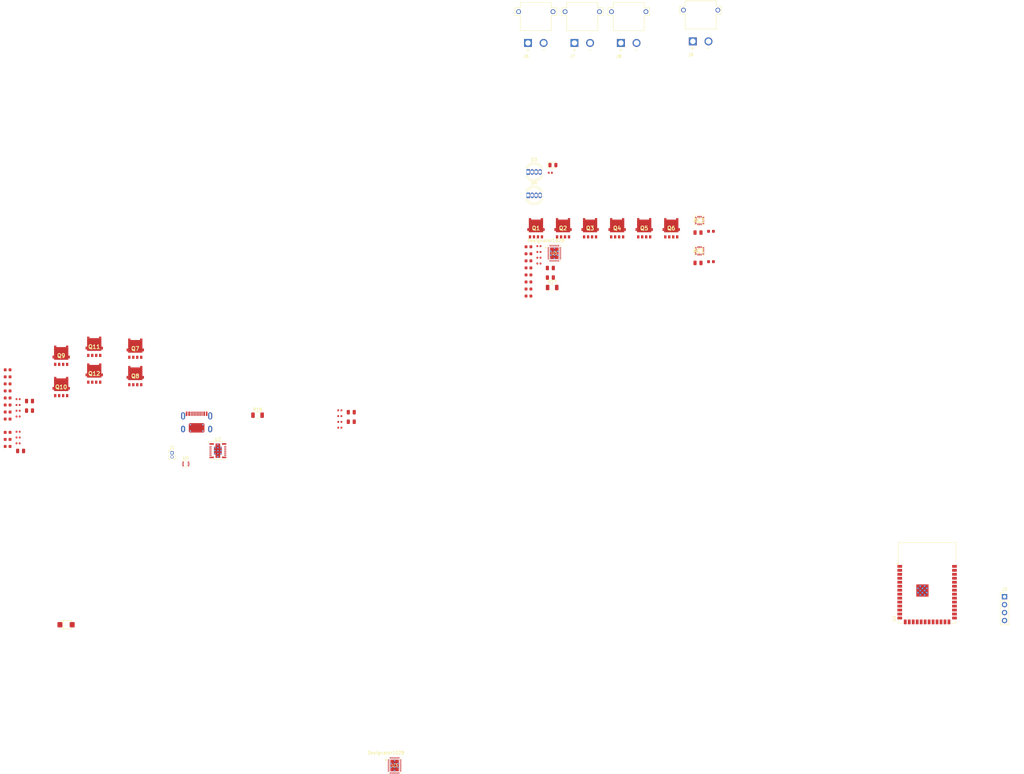
<source format=kicad_pcb>
(kicad_pcb (version 20241229) (generator "pcbnew") (generator_version "9.0")
  (layers (0 "F.Cu" signal) (2 "B.Cu" signal) (13 "F.Paste" user) (15 "B.Paste" user) (5 "F.SilkS" user "F.Silkscreen") (7 "B.SilkS" user "B.Silkscreen") (1 "F.Mask" user) (3 "B.Mask" user) (25 "Edge.Cuts" user))
  (net 0 "")
  (net 1 "GND")
  (net 2 "+3.3V")
  (net 3 "/Batt")
  (net 5 "Net-(J3-D+-PadA6)")
  (net 6 "Net-(J3-D--PadA7)")
  (net 9 "Net-(AC1-GND_2)")
  (net 11 "Net-(U1-EN)")
  (net 14 "/Accel1_INT")
  (net 18 "/SPI2_CS")
  (net 20 "/VUSB")
  (net 21 "Net-(J3-CC2)")
  (net 23 "Net-(AC2-GND_2)")
  (net 24 "Net-(J3-CC1)")
  (net 25 "Net-(U2-FB)")
  (net 26 "Net-(J1-Pin_1)")
  (net 27 "/I2C_SCL")
  (net 28 "/I2C_SDA")
  (net 29 "/Motor3_DAC")
  (net 30 "/SPI1_MOSI")
  (net 31 "/Motor1_PWM")
  (net 32 "/SPI2_MOSI")
  (net 34 "/Motor1_DAC")
  (net 37 "/SPI2_SCK")
  (net 39 "/Motor2_DAC")
  (net 40 "/SPI1_CS")
  (net 41 "/SPI1_MISO")
  (net 42 "/SPI1_SCK")
  (net 44 "/Motor3_PWM")
  (net 46 "/Motor2_PWM")
  (net 47 "/SPI2_MISO")
  (net 48 "Net-(U3-BRAKE)")
  (net 49 "Net-(U3-DIR)")
  (net 50 "Net-(U3-FAULT_N)")
  (net 51 "Net-(U3-FG)")
  (net 52 "/Accel2_INT")
  (net 53 "/D-")
  (net 54 "/D+")
  (net 59 "Net-(Q7-S_1)")
  (net 60 "Net-(Q7-G)")
  (net 61 "Net-(Q8-G)")
  (net 62 "Net-(Q10-D_1)")
  (net 63 "Net-(Q9-G)")
  (net 64 "Net-(Q10-G)")
  (net 65 "Net-(Q11-S_1)")
  (net 66 "Net-(Q11-G)")
  (net 67 "Net-(Q12-G)")
  (net 69 "Net-(U3-CPH)")
  (net 70 "Net-(U3-GVDD)")
  (net 72 "Net-(U3-SHB)")
  (net 74 "Net-(U3-AVDD)")
  (net 75 "Net-(U3-BSTA)")
  (net 76 "Net-(U3-DVDD)")
  (net 78 "Net-(U3-SHC)")
  (net 79 "Net-(U3-BSTC)")
  (net 80 "Net-(U3-BSTB)")
  (net 81 "Net-(U3-CPL)")
  (net 82 "Net-(U5-AVDD)")
  (net 83 "Net-(U5-DVDD)")
  (net 84 "Net-(U5-GVDD)")
  (net 85 "/Motor2/Batt")
  (net 86 "/Motor2/3.3V")
  (net 87 "Net-(U5-CPL)")
  (net 88 "Net-(U5-CPH)")
  (net 89 "/Motor1/Batt")
  (net 90 "/Motor1/3.3V")
  (net 91 "Net-(U5-BSTA)")
  (net 92 "Net-(Q1-S_1)")
  (net 93 "Net-(U5-BSTC)")
  (net 94 "Net-(U5-SHC)")
  (net 95 "Net-(U5-BSTB)")
  (net 96 "Net-(U5-SHB)")
  (net 97 "Net-(D1-Pad1)")
  (net 98 "Net-(U1-IO16)")
  (net 99 "Net-(D3-DOUT)")
  (net 100 "Net-(D3-DIN)")
  (net 102 "Net-(J6-PadN)")
  (net 103 "Net-(J7-PadN)")
  (net 104 "Net-(J8-PadN)")
  (net 105 "Net-(Q1-G)")
  (net 106 "/Motor2/LSS")
  (net 107 "Net-(Q2-G)")
  (net 108 "Net-(Q3-S_1)")
  (net 109 "Net-(Q3-G)")
  (net 110 "Net-(Q4-G)")
  (net 111 "Net-(Q5-S_1)")
  (net 112 "Net-(Q5-G)")
  (net 113 "Net-(Q6-G)")
  (net 114 "/Motor1/LSS")
  (net 115 "Net-(U5-BRAKE)")
  (net 116 "Net-(U5-DIR)")
  (net 117 "Net-(U5-FAULT_N)")
  (net 118 "Net-(U5-FG)")
  (net 119 "/Rx_Channel1")
  (net 120 "/Rx_Channel2")
  (net 121 "/Rx_Channel3")
  (net 122 "/Motor1/I2C_SCL")
  (net 123 "/Motor1/I2C_SDA")
  (net 126 "/Motor2/I2C_SCL")
  (net 128 "/Motor2/I2C_SDA")
  (footprint "PCM_JLCPCB:D_0805" (layer "F.Cu") (at 59.12 -47.95425)
    (property "Reference" "D1" (hide yes))
    (property "Value" "Green")
    (pad "1" smd roundrect (at -0.94 0) (size 0.97 1.4) (layers "F.Cu" "F.Mask" "F.Paste") (net 97 "Net-(D1-Pad1)"))
    (pad "2" smd roundrect (at 0.94 0) (size 0.97 1.4) (layers "F.Cu" "F.Mask" "F.Paste") (net 98 "Net-(U1-IO16)"))
  )
  (footprint "PCM_JLCPCB:R_0402" (layer "F.Cu") (at 54.65 -20.18425)
    (property "Reference" "R8" (hide yes))
    (property "Value" "10kΩ" (hide yes))
    (pad "1" smd roundrect (at -0.5 0) (size 0.56 0.62) (layers "F.Cu" "F.Mask" "F.Paste") (net 1 "GND"))
    (pad "2" smd roundrect (at 0.5 0) (size 0.56 0.62) (layers "F.Cu" "F.Mask" "F.Paste") (net 116 "Net-(U5-DIR)"))
  )
  (footprint "PCM_JLCPCB:C_0805" (layer "F.Cu") (at 105.5 -16.67425)
    (property "Reference" "C1" (hide yes))
    (property "Value" "10uF")
    (pad "1" smd roundrect (at -0.95 0) (size 1 1.45) (layers "F.Cu" "F.Mask" "F.Paste") (net 2 "+3.3V"))
    (pad "2" smd roundrect (at 0.95 0) (size 1 1.45) (layers "F.Cu" "F.Mask" "F.Paste") (net 9 "Net-(AC1-GND_2)"))
  )
  (footprint "PCM_JLCPCB:C_0603" (layer "F.Cu") (at 51.3 -10.58425)
    (property "Reference" "C24" (hide yes))
    (property "Value" "1uF")
    (pad "1" smd roundrect (at -0.78 0) (size 0.9 0.95) (layers "F.Cu" "F.Mask" "F.Paste") (net 91 "Net-(U5-BSTA)"))
    (pad "2" smd roundrect (at 0.78 0) (size 0.9 0.95) (layers "F.Cu" "F.Mask" "F.Paste") (net 92 "Net-(Q1-S_1)"))
  )
  (footprint "PCM_JLCPCB:C_0603" (layer "F.Cu") (at -115.22 17.5)
    (property "Reference" "C8" (hide yes))
    (property "Value" "1uF")
    (pad "1" smd roundrect (at -0.78 0) (size 0.9 0.95) (layers "F.Cu" "F.Mask" "F.Paste") (net 74 "Net-(U3-AVDD)"))
    (pad "2" smd roundrect (at 0.78 0) (size 0.9 0.95) (layers "F.Cu" "F.Mask" "F.Paste") (net 1 "GND"))
  )
  (footprint "PCM_JLCPCB:C_0603" (layer "F.Cu") (at -115.22 19.75)
    (property "Reference" "C11" (hide yes))
    (property "Value" "1uF")
    (pad "1" smd roundrect (at -0.78 0) (size 0.9 0.95) (layers "F.Cu" "F.Mask" "F.Paste") (net 76 "Net-(U3-DVDD)"))
    (pad "2" smd roundrect (at 0.78 0) (size 0.9 0.95) (layers "F.Cu" "F.Mask" "F.Paste") (net 1 "GND"))
  )
  (footprint "PCM_JLCPCB:R_0402" (layer "F.Cu") (at -111.87 26.89)
    (property "Reference" "R6" (hide yes))
    (property "Value" "10kΩ" (hide yes))
    (pad "1" smd roundrect (at -0.5 0) (size 0.56 0.62) (layers "F.Cu" "F.Mask" "F.Paste") (net 1 "GND"))
    (pad "2" smd roundrect (at 0.5 0) (size 0.56 0.62) (layers "F.Cu" "F.Mask" "F.Paste") (net 49 "Net-(U3-DIR)"))
  )
  (footprint "Footprints:NVMFS5C442NLWFAFT1G" (layer "F.Cu") (at -74.405 19.51)
    (property "Reference" "Q8" (at 0 0 0) (layer "F.SilkS") (effects (font (size 1.27 1.27) (thickness 0.254))))
    (property "Value" "NTMFS4C324NT1G" (hide yes))
    (pad "1" smd rect (at -1.905 2.748) (size 0.75 1) (layers "F.Cu" "F.Mask" "F.Paste") (net 114 "/Motor1/LSS"))
    (pad "2" smd rect (at -0.635 2.748) (size 0.75 1) (layers "F.Cu" "F.Mask" "F.Paste") (net 114 "/Motor1/LSS"))
    (pad "3" smd rect (at 0.635 2.748) (size 0.75 1) (layers "F.Cu" "F.Mask" "F.Paste") (net 114 "/Motor1/LSS"))
    (pad "4" smd rect (at 1.905 2.748) (size 0.75 1) (layers "F.Cu" "F.Mask" "F.Paste") (net 61 "Net-(Q8-G)"))
    (pad "5" smd rect (at 0 -0.745 90) (size 4.055 4.56) (layers "F.Cu" "F.Mask" "F.Paste") (net 59 "Net-(Q7-S_1)"))
    (pad "6" smd rect (at 2.527 0.405) (size 0.495 0.905) (layers "F.Cu" "F.Mask" "F.Paste") (net 59 "Net-(Q7-S_1)"))
    (pad "7" smd rect (at -2.527 0.405) (size 0.495 0.905) (layers "F.Cu" "F.Mask" "F.Paste") (net 59 "Net-(Q7-S_1)"))
    (pad "8" smd rect (at 1.905 -3.01 90) (size 0.475 0.75) (layers "F.Cu" "F.Mask" "F.Paste") (net 59 "Net-(Q7-S_1)"))
    (pad "9" smd rect (at -1.905 -3.01 90) (size 0.475 0.75) (layers "F.Cu" "F.Mask" "F.Paste") (net 59 "Net-(Q7-S_1)"))
  )
  (footprint "Footprints:AMASS_XT30PW-M" (layer "F.Cu") (at 53.65 -97)
    (property "Reference" "J6" (at -3.175 14.2875 0) (layer "F.SilkS"))
    (property "Value" "XT30PW-M")
    (pad "N" thru_hole circle (at 2.5 10) (size 2.55 2.55) (drill 1.7) (layers "*.Cu" "*.Mask") (net 102 "Net-(J6-PadN)"))
    (pad "P" thru_hole rect (at -2.5 10) (size 2.55 2.55) (drill 1.7) (layers "*.Cu" "*.Mask") (net 3 "/Batt"))
    (pad "S1" thru_hole circle (at 5.5 0) (size 1.508 1.508) (drill 1) (layers "*.Cu" "*.Mask"))
    (pad "S2" thru_hole circle (at -5.5 0) (size 1.508 1.508) (drill 1) (layers "*.Cu" "*.Mask"))
  )
  (footprint "PCM_JLCPCB:R_0402" (layer "F.Cu") (at 58.28 -45.49425)
    (property "Reference" "R3" (hide yes))
    (property "Value" "33Ω" (hide yes))
    (pad "1" smd roundrect (at -0.5 0) (size 0.56 0.62) (layers "F.Cu" "F.Mask" "F.Paste") (net 97 "Net-(D1-Pad1)"))
    (pad "2" smd roundrect (at 0.5 0) (size 0.56 0.62) (layers "F.Cu" "F.Mask" "F.Paste") (net 1 "GND"))
  )
  (footprint "PCM_JLCPCB:R_0402" (layer "F.Cu") (at -111.87 37.3)
    (property "Reference" "R1" (hide yes))
    (property "Value" "10kΩ" (hide yes))
    (pad "1" smd roundrect (at -0.5 0) (size 0.56 0.62) (layers "F.Cu" "F.Mask" "F.Paste") (net 2 "+3.3V"))
    (pad "2" smd roundrect (at 0.5 0) (size 0.56 0.62) (layers "F.Cu" "F.Mask" "F.Paste") (net 11 "Net-(U1-EN)"))
  )
  (footprint "PCM_JLCPCB:C_0805" (layer "F.Cu") (at -5.35 34.1)
    (property "Reference" "C10" (hide yes))
    (property "Value" "10uF")
    (pad "1" smd roundrect (at -0.95 0) (size 1 1.45) (layers "F.Cu" "F.Mask" "F.Paste") (net 3 "/Batt"))
    (pad "2" smd roundrect (at 0.95 0) (size 1 1.45) (layers "F.Cu" "F.Mask" "F.Paste") (net 1 "GND"))
  )
  (footprint "PCM_JLCPCB:C_0603" (layer "F.Cu") (at 51.3 -15.08425)
    (property "Reference" "C17" (hide yes))
    (property "Value" "1uF")
    (pad "1" smd roundrect (at -0.78 0) (size 0.9 0.95) (layers "F.Cu" "F.Mask" "F.Paste") (net 86 "/Motor2/3.3V"))
    (pad "2" smd roundrect (at 0.78 0) (size 0.9 0.95) (layers "F.Cu" "F.Mask" "F.Paste") (net 1 "GND"))
  )
  (footprint "PCM_JLCPCB:C_0805" (layer "F.Cu") (at 58.3 -15.04425)
    (property "Reference" "C12" (hide yes))
    (property "Value" "10uF")
    (pad "1" smd roundrect (at -0.95 0) (size 1 1.45) (layers "F.Cu" "F.Mask" "F.Paste") (net 84 "Net-(U5-GVDD)"))
    (pad "2" smd roundrect (at 0.95 0) (size 1 1.45) (layers "F.Cu" "F.Mask" "F.Paste") (net 1 "GND"))
  )
  (footprint "Footprints:NVMFS5C442NLWFAFT1G" (layer "F.Cu") (at 71 -27.75125)
    (property "Reference" "Q3" (at 0 0 0) (layer "F.SilkS") (effects (font (size 1.27 1.27) (thickness 0.254))))
    (property "Value" "NTMFS4C324NT1G" (hide yes))
    (pad "1" smd rect (at -1.905 2.748) (size 0.75 1) (layers "F.Cu" "F.Mask" "F.Paste") (net 108 "Net-(Q3-S_1)"))
    (pad "2" smd rect (at -0.635 2.748) (size 0.75 1) (layers "F.Cu" "F.Mask" "F.Paste") (net 108 "Net-(Q3-S_1)"))
    (pad "3" smd rect (at 0.635 2.748) (size 0.75 1) (layers "F.Cu" "F.Mask" "F.Paste") (net 108 "Net-(Q3-S_1)"))
    (pad "4" smd rect (at 1.905 2.748) (size 0.75 1) (layers "F.Cu" "F.Mask" "F.Paste") (net 109 "Net-(Q3-G)"))
    (pad "5" smd rect (at 0 -0.745 90) (size 4.055 4.56) (layers "F.Cu" "F.Mask" "F.Paste") (net 85 "/Motor2/Batt"))
    (pad "6" smd rect (at 2.527 0.405) (size 0.495 0.905) (layers "F.Cu" "F.Mask" "F.Paste") (net 85 "/Motor2/Batt"))
    (pad "7" smd rect (at -2.527 0.405) (size 0.495 0.905) (layers "F.Cu" "F.Mask" "F.Paste") (net 85 "/Motor2/Batt"))
    (pad "8" smd rect (at 1.905 -3.01 90) (size 0.475 0.75) (layers "F.Cu" "F.Mask" "F.Paste") (net 85 "/Motor2/Batt"))
    (pad "9" smd rect (at -1.905 -3.01 90) (size 0.475 0.75) (layers "F.Cu" "F.Mask" "F.Paste") (net 85 "/Motor2/Batt"))
  )
  (footprint "PCM_JLCPCB:C_0603" (layer "F.Cu") (at -115.22 22)
    (property "Reference" "C27" (hide yes))
    (property "Value" "470pF")
    (pad "1" smd roundrect (at -0.78 0) (size 0.9 0.95) (layers "F.Cu" "F.Mask" "F.Paste") (net 69 "Net-(U3-CPH)"))
    (pad "2" smd roundrect (at 0.78 0) (size 0.9 0.95) (layers "F.Cu" "F.Mask" "F.Paste") (net 81 "Net-(U3-CPL)"))
  )
  (footprint "PCM_JLCPCB:R_0402" (layer "F.Cu") (at -111.87 28.74)
    (property "Reference" "R4" (hide yes))
    (property "Value" "10kΩ" (hide yes))
    (pad "1" smd roundrect (at -0.5 0) (size 0.56 0.62) (layers "F.Cu" "F.Mask" "F.Paste") (net 1 "GND"))
    (pad "2" smd roundrect (at 0.5 0) (size 0.56 0.62) (layers "F.Cu" "F.Mask" "F.Paste") (net 48 "Net-(U3-BRAKE)"))
  )
  (footprint "PCM_JLCPCB:C_0805" (layer "F.Cu") (at -108.22 27.49)
    (property "Reference" "C19" (hide yes))
    (property "Value" "10uF")
    (pad "1" smd roundrect (at -0.95 0) (size 1 1.45) (layers "F.Cu" "F.Mask" "F.Paste") (net 89 "/Motor1/Batt"))
    (pad "2" smd roundrect (at 0.95 0) (size 1 1.45) (layers "F.Cu" "F.Mask" "F.Paste") (net 1 "GND"))
  )
  (footprint "PCM_JLCPCB:R_0402" (layer "F.Cu") (at 54.65 -22.03425)
    (property "Reference" "R7" (hide yes))
    (property "Value" "10kΩ" (hide yes))
    (pad "1" smd roundrect (at -0.5 0) (size 0.56 0.62) (layers "F.Cu" "F.Mask" "F.Paste") (net 1 "GND"))
    (pad "2" smd roundrect (at 0.5 0) (size 0.56 0.62) (layers "F.Cu" "F.Mask" "F.Paste") (net 115 "Net-(U5-BRAKE)"))
  )
  (footprint "RF_Module:ESP32-S3-WROOM-1" (layer "F.Cu") (at 178.75 85.6)
    (property "Reference" "U1" (at -10.5 11.4 90) (layer "F.SilkS"))
    (property "Value" "ESP32-S3-WROOM-1")
    (pad "1" smd rect (at -8.75 -5.26) (size 1.5 0.9) (layers "F.Cu" "F.Mask" "F.Paste") (net 1 "GND"))
    (pad "2" smd rect (at -8.75 -3.99) (size 1.5 0.9) (layers "F.Cu" "F.Mask" "F.Paste") (net 2 "+3.3V"))
    (pad "3" smd rect (at -8.75 -2.72) (size 1.5 0.9) (layers "F.Cu" "F.Mask" "F.Paste") (net 11 "Net-(U1-EN)"))
    (pad "4" smd rect (at -8.75 -1.45) (size 1.5 0.9) (layers "F.Cu" "F.Mask" "F.Paste") (net 29 "/Motor3_DAC"))
    (pad "5" smd rect (at -8.75 -0.18) (size 1.5 0.9) (layers "F.Cu" "F.Mask" "F.Paste") (net 100 "Net-(D3-DIN)"))
    (pad "6" smd rect (at -8.75 1.09) (size 1.5 0.9) (layers "F.Cu" "F.Mask" "F.Paste"))
    (pad "7" smd rect (at -8.75 2.36) (size 1.5 0.9) (layers "F.Cu" "F.Mask" "F.Paste"))
    (pad "8" smd rect (at -8.75 3.63) (size 1.5 0.9) (layers "F.Cu" "F.Mask" "F.Paste") (net 18 "/SPI2_CS"))
    (pad "9" smd rect (at -8.75 4.9) (size 1.5 0.9) (layers "F.Cu" "F.Mask" "F.Paste") (net 98 "Net-(U1-IO16)"))
    (pad "10" smd rect (at -8.75 6.17) (size 1.5 0.9) (layers "F.Cu" "F.Mask" "F.Paste") (net 31 "/Motor1_PWM"))
    (pad "11" smd rect (at -8.75 7.44) (size 1.5 0.9) (layers "F.Cu" "F.Mask" "F.Paste") (net 46 "/Motor2_PWM"))
    (pad "12" smd rect (at -8.75 8.71) (size 1.5 0.9) (layers "F.Cu" "F.Mask" "F.Paste"))
    (pad "13" smd rect (at -8.75 9.98) (size 1.5 0.9) (layers "F.Cu" "F.Mask" "F.Paste") (net 53 "/D-"))
    (pad "14" smd rect (at -8.75 11.25 180) (size 1.5 0.9) (layers "F.Cu" "F.Mask" "F.Paste") (net 54 "/D+"))
    (pad "15" smd rect (at -6.985 12.5 270) (size 1.5 0.9) (layers "F.Cu" "F.Mask" "F.Paste"))
    (pad "16" smd rect (at -5.715 12.5 270) (size 1.5 0.9) (layers "F.Cu" "F.Mask" "F.Paste"))
    (pad "17" smd rect (at -4.445 12.5 270) (size 1.5 0.9) (layers "F.Cu" "F.Mask" "F.Paste"))
    (pad "18" smd rect (at -3.175 12.5 270) (size 1.5 0.9) (layers "F.Cu" "F.Mask" "F.Paste"))
    (pad "19" smd rect (at -1.905 12.5 270) (size 1.5 0.9) (layers "F.Cu" "F.Mask" "F.Paste"))
    (pad "20" smd rect (at -0.635 12.5 270) (size 1.5 0.9) (layers "F.Cu" "F.Mask" "F.Paste") (net 37 "/SPI2_SCK"))
    (pad "21" smd rect (at 0.635 12.5 270) (size 1.5 0.9) (layers "F.Cu" "F.Mask" "F.Paste") (net 32 "/SPI2_MOSI"))
    (pad "22" smd rect (at 1.905 12.5 270) (size 1.5 0.9) (layers "F.Cu" "F.Mask" "F.Paste") (net 47 "/SPI2_MISO"))
    (pad "23" smd rect (at 3.175 12.5 270) (size 1.5 0.9) (layers "F.Cu" "F.Mask" "F.Paste") (net 44 "/Motor3_PWM"))
    (pad "24" smd rect (at 4.445 12.5 270) (size 1.5 0.9) (layers "F.Cu" "F.Mask" "F.Paste") (net 28 "/I2C_SDA"))
    (pad "25" smd rect (at 5.715 12.5 270) (size 1.5 0.9) (layers "F.Cu" "F.Mask" "F.Paste") (net 27 "/I2C_SCL"))
    (pad "26" smd rect (at 6.985 12.5 270) (size 1.5 0.9) (layers "F.Cu" "F.Mask" "F.Paste"))
    (pad "27" smd rect (at 8.75 11.25) (size 1.5 0.9) (layers "F.Cu" "F.Mask" "F.Paste") (net 26 "Net-(J1-Pin_1)"))
    (pad "28" smd rect (at 8.75 9.98) (size 1.5 0.9) (layers "F.Cu" "F.Mask" "F.Paste") (net 119 "/Rx_Channel1"))
    (pad "29" smd rect (at 8.75 8.71) (size 1.5 0.9) (layers "F.Cu" "F.Mask" "F.Paste") (net 120 "/Rx_Channel2"))
    (pad "30" smd rect (at 8.75 7.44) (size 1.5 0.9) (layers "F.Cu" "F.Mask" "F.Paste") (net 121 "/Rx_Channel3"))
    (pad "31" smd rect (at 8.75 6.17) (size 1.5 0.9) (layers "F.Cu" "F.Mask" "F.Paste"))
    (pad "32" smd rect (at 8.75 4.9) (size 1.5 0.9) (layers "F.Cu" "F.Mask" "F.Paste") (net 30 "/SPI1_MOSI"))
    (pad "33" smd rect (at 8.75 3.63) (size 1.5 0.9) (layers "F.Cu" "F.Mask" "F.Paste") (net 41 "/SPI1_MISO"))
    (pad "34" smd rect (at 8.75 2.36) (size 1.5 0.9) (layers "F.Cu" "F.Mask" "F.Paste") (net 42 "/SPI1_SCK"))
    (pad "35" smd rect (at 8.75 1.09) (size 1.5 0.9) (layers "F.Cu" "F.Mask" "F.Paste") (net 40 "/SPI1_CS"))
    (pad "36" smd rect (at 8.75 -0.18) (size 1.5 0.9) (layers "F.Cu" "F.Mask" "F.Paste") (net 52 "/Accel2_INT"))
    (pad "37" smd rect (at 8.75 -1.45) (size 1.5 0.9) (layers "F.Cu" "F.Mask" "F.Paste") (net 14 "/Accel1_INT"))
    (pad "38" smd rect (at 8.75 -2.72) (size 1.5 0.9) (layers "F.Cu" "F.Mask" "F.Paste") (net 39 "/Motor2_DAC"))
    (pad "39" smd rect (at 8.75 -3.99) (size 1.5 0.9) (layers "F.Cu" "F.Mask" "F.Paste") (net 34 "/Motor1_DAC"))
    (pad "40" smd rect (at 8.75 -5.26) (size 1.5 0.9) (layers "F.Cu" "F.Mask" "F.Paste") (net 1 "GND"))
    (pad "41" thru_hole circle (at -2.9 1.76 90) (size 0.6 0.6) (drill 0.2) (property pad_prop_heatsink) (layers "*.Cu" "F.Mask") (net 1 "GND"))
    (pad "41" thru_hole circle (at -2.9 3.16) (size 0.6 0.6) (drill 0.2) (property pad_prop_heatsink) (layers "*.Cu" "F.Mask") (net 1 "GND"))
    (pad "41" thru_hole circle (at -2.2 1.06) (size 0.6 0.6) (drill 0.2) (property pad_prop_heatsink) (layers "*.Cu" "F.Mask") (net 1 "GND"))
    (pad "41" thru_hole circle (at -2.2 2.46) (size 0.6 0.6) (drill 0.2) (property pad_prop_heatsink) (layers "*.Cu" "F.Mask") (net 1 "GND"))
    (pad "41" thru_hole circle (at -2.2 3.86) (size 0.6 0.6) (drill 0.2) (property pad_prop_heatsink) (layers "*.Cu" "F.Mask") (net 1 "GND"))
    (pad "41" thru_hole circle (at -1.5 1.76) (size 0.6 0.6) (drill 0.2) (property pad_prop_heatsink) (layers "*.Cu" "F.Mask") (net 1 "GND"))
    (pad "41" smd rect (at -1.5 2.46 270) (size 3.9 3.9) (property pad_prop_heatsink) (layers "F.Cu" "F.Mask") (net 1 "GND"))
    (pad "41" thru_hole circle (at -1.5 3.16) (size 0.6 0.6) (drill 0.2) (property pad_prop_heatsink) (layers "*.Cu" "F.Mask") (net 1 "GND"))
    (pad "41" thru_hole circle (at -0.8 1.06) (size 0.6 0.6) (drill 0.2) (property pad_prop_heatsink) (layers "*.Cu" "F.Mask") (net 1 "GND"))
    (pad "41" thru_hole circle (at -0.8 2.46) (size 0.6 0.6) (drill 0.2) (property pad_prop_heatsink) (layers "*.Cu" "F.Mask") (net 1 "GND"))
    (pad "41" thru_hole circle (at -0.8 3.86) (size 0.6 0.6) (drill 0.2) (property pad_prop_heatsink) (layers "*.Cu" "F.Mask") (net 1 "GND"))
    (pad "41" thru_hole circle (at -0.1 1.76) (size 0.6 0.6) (drill 0.2) (property pad_prop_heatsink) (layers "*.Cu" "F.Mask") (net 1 "GND"))
    (pad "41" thru_hole circle (at -0.1 3.16) (size 0.6 0.6) (drill 0.2) (property pad_prop_heatsink) (layers "*.Cu" "F.Mask") (net 1 "GND"))
  )
  (footprint "Footprints:NVMFS5C442NLWFAFT1G" (layer "F.Cu") (at 88.3 -27.75125)
    (property "Reference" "Q5" (at 0 0 0) (layer "F.SilkS") (effects (font (size 1.27 1.27) (thickness 0.254))))
    (property "Value" "NTMFS4C324NT1G" (hide yes))
    (pad "1" smd rect (at -1.905 2.748) (size 0.75 1) (layers "F.Cu" "F.Mask" "F.Paste") (net 111 "Net-(Q5-S_1)"))
    (pad "2" smd rect (at -0.635 2.748) (size 0.75 1) (layers "F.Cu" "F.Mask" "F.Paste") (net 111 "Net-(Q5-S_1)"))
    (pad "3" smd rect (at 0.635 2.748) (size 0.75 1) (layers "F.Cu" "F.Mask" "F.Paste") (net 111 "Net-(Q5-S_1)"))
    (pad "4" smd rect (at 1.905 2.748) (size 0.75 1) (layers "F.Cu" "F.Mask" "F.Paste") (net 112 "Net-(Q5-G)"))
    (pad "5" smd rect (at 0 -0.745 90) (size 4.055 4.56) (layers "F.Cu" "F.Mask" "F.Paste") (net 85 "/Motor2/Batt"))
    (pad "6" smd rect (at 2.527 0.405) (size 0.495 0.905) (layers "F.Cu" "F.Mask" "F.Paste") (net 85 "/Motor2/Batt"))
    (pad "7" smd rect (at -2.527 0.405) (size 0.495 0.905) (layers "F.Cu" "F.Mask" "F.Paste") (net 85 "/Motor2/Batt"))
    (pad "8" smd rect (at 1.905 -3.01 90) (size 0.475 0.75) (layers "F.Cu" "F.Mask" "F.Paste") (net 85 "/Motor2/Batt"))
    (pad "9" smd rect (at -1.905 -3.01 90) (size 0.475 0.75) (layers "F.Cu" "F.Mask" "F.Paste") (net 85 "/Motor2/Batt"))
  )
  (footprint "PCM_JLCPCB:C_0603" (layer "F.Cu") (at 109.65 -26.77425)
    (property "Reference" "C4" (hide yes))
    (property "Value" "100nF")
    (pad "1" smd roundrect (at -0.78 0) (size 0.9 0.95) (layers "F.Cu" "F.Mask" "F.Paste") (net 2 "+3.3V"))
    (pad "2" smd roundrect (at 0.78 0) (size 0.9 0.95) (layers "F.Cu" "F.Mask" "F.Paste") (net 23 "Net-(AC2-GND_2)"))
  )
  (footprint "PCM_JLCPCB:C_0603" (layer "F.Cu") (at -115.22 26.5)
    (property "Reference" "C28" (hide yes))
    (property "Value" "1uF")
    (pad "1" smd roundrect (at -0.78 0) (size 0.9 0.95) (layers "F.Cu" "F.Mask" "F.Paste") (net 75 "Net-(U3-BSTA)"))
    (pad "2" smd roundrect (at 0.78 0) (size 0.9 0.95) (layers "F.Cu" "F.Mask" "F.Paste") (net 59 "Net-(Q7-S_1)"))
  )
  (footprint "Footprints:LIS3DHTR" (layer "F.Cu") (at 106.0005 -20.52425)
    (property "Reference" "AC1" (at -0.181 0 0) (layer "F.SilkS") (effects (font (size 1.27 1.27) (thickness 0.254))))
    (property "Value" "H3LIS331DL" (hide yes))
    (pad "1" smd rect (at -1.2 -1 90) (size 0.3 0.6) (layers "F.Cu" "F.Mask" "F.Paste") (net 2 "+3.3V"))
    (pad "2" smd rect (at -1.2 -0.5 90) (size 0.3 0.6) (layers "F.Cu" "F.Mask" "F.Paste"))
    (pad "3" smd rect (at -1.2 0 90) (size 0.3 0.6) (layers "F.Cu" "F.Mask" "F.Paste"))
    (pad "4" smd rect (at -1.2 0.5 90) (size 0.3 0.6) (layers "F.Cu" "F.Mask" "F.Paste") (net 42 "/SPI1_SCK"))
    (pad "5" smd rect (at -1.2 1 90) (size 0.3 0.6) (layers "F.Cu" "F.Mask" "F.Paste") (net 1 "GND"))
    (pad "6" smd rect (at -0.5 1.2) (size 0.3 0.6) (layers "F.Cu" "F.Mask" "F.Paste") (net 30 "/SPI1_MOSI"))
    (pad "7" smd rect (at 0 1.2) (size 0.3 0.6) (layers "F.Cu" "F.Mask" "F.Paste") (net 41 "/SPI1_MISO"))
    (pad "8" smd rect (at 0.5 1.2) (size 0.3 0.6) (layers "F.Cu" "F.Mask" "F.Paste") (net 40 "/SPI1_CS"))
    (pad "9" smd rect (at 1.2 1 90) (size 0.3 0.6) (layers "F.Cu" "F.Mask" "F.Paste"))
    (pad "10" smd rect (at 1.2 0.5 90) (size 0.3 0.6) (layers "F.Cu" "F.Mask" "F.Paste") (net 9 "Net-(AC1-GND_2)"))
    (pad "11" smd rect (at 1.2 0 90) (size 0.3 0.6) (layers "F.Cu" "F.Mask" "F.Paste") (net 14 "/Accel1_INT"))
    (pad "12" smd rect (at 1.2 -0.5 90) (size 0.3 0.6) (layers "F.Cu" "F.Mask" "F.Paste") (net 9 "Net-(AC1-GND_2)"))
    (pad "13" smd rect (at 1.2 -1 90) (size 0.3 0.6) (layers "F.Cu" "F.Mask" "F.Paste") (net 9 "Net-(AC1-GND_2)"))
    (pad "14" smd rect (at 0.5 -1.2) (size 0.3 0.6) (layers "F.Cu" "F.Mask" "F.Paste") (net 2 "+3.3V"))
    (pad "15" smd rect (at 0 -1.2) (size 0.3 0.6) (layers "F.Cu" "F.Mask" "F.Paste") (net 2 "+3.3V"))
    (pad "16" smd rect (at -0.5 -1.2) (size 0.3 0.6) (layers "F.Cu" "F.Mask" "F.Paste") (net 1 "GND"))
  )
  (footprint "PCM_JLCPCB:C_0603" (layer "F.Cu") (at -115.22 37.5)
    (property "Reference" "C15" (hide yes))
    (property "Value" "100nF")
    (pad "1" smd roundrect (at -0.78 0) (size 0.9 0.95) (layers "F.Cu" "F.Mask" "F.Paste") (net 11 "Net-(U1-EN)"))
    (pad "2" smd roundrect (at 0.78 0) (size 0.9 0.95) (layers "F.Cu" "F.Mask" "F.Paste") (net 1 "GND"))
  )
  (footprint "PCM_JLCPCB:C_0603" (layer "F.Cu") (at -115.22 39.75)
    (property "Reference" "C22" (hide yes))
    (property "Value" "100nF")
    (pad "1" smd roundrect (at -0.78 0) (size 0.9 0.95) (layers "F.Cu" "F.Mask" "F.Paste") (net 2 "+3.3V"))
    (pad "2" smd roundrect (at 0.78 0) (size 0.9 0.95) (layers "F.Cu" "F.Mask" "F.Paste") (net 1 "GND"))
  )
  (footprint "PCM_JLCPCB:R_0402" (layer "F.Cu") (at -111.87 41)
    (property "Reference" "R12" (hide yes))
    (property "Value" "5.1kΩ" (hide yes))
    (pad "1" smd roundrect (at -0.5 0) (size 0.56 0.62) (layers "F.Cu" "F.Mask" "F.Paste") (net 28 "/I2C_SDA"))
    (pad "2" smd roundrect (at 0.5 0) (size 0.56 0.62) (layers "F.Cu" "F.Mask" "F.Paste") (net 2 "+3.3V"))
  )
  (footprint "PCM_JLCPCB:TYPE-C-SMD_HX-TYPE-C-16PIN" (layer "F.Cu") (at -54.79 34.05)
    (property "Reference" "J3" (hide yes))
    (property "Value" "Connector, USB-TYPE-C-16P")
    (pad "" np_thru_hole circle (at -2.89 -1.3) (size 0.6 0.6) (drill 0.6) (layers "*.Cu" "*.Mask"))
    (pad "" np_thru_hole circle (at 2.89 -1.3) (size 0.6 0.6) (drill 0.6) (layers "*.Cu" "*.Mask"))
    (pad "A5" smd rect (at -1.25 -2.5) (size 0.3 1.4) (layers "F.Cu" "F.Mask" "F.Paste") (net 24 "Net-(J3-CC1)"))
    (pad "A6" smd rect (at -0.25 -2.5) (size 0.3 1.4) (layers "F.Cu" "F.Mask" "F.Paste") (net 5 "Net-(J3-D+-PadA6)"))
    (pad "A7" smd rect (at 0.25 -2.5) (size 0.3 1.4) (layers "F.Cu" "F.Mask" "F.Paste") (net 6 "Net-(J3-D--PadA7)"))
    (pad "A8" smd rect (at 1.25 -2.5) (size 0.3 1.4) (layers "F.Cu" "F.Mask" "F.Paste"))
    (pad "A9B4" smd rect (at 2.4 -2.5) (size 0.5 1.4) (layers "F.Cu" "F.Mask" "F.Paste") (net 20 "/VUSB"))
    (pad "A12B1" smd rect (at 3.2 -2.5) (size 0.5 1.4) (layers "F.Cu" "F.Mask" "F.Paste") (net 1 "GND"))
    (pad "B5" smd rect (at 1.75 -2.5) (size 0.3 1.4) (layers "F.Cu" "F.Mask" "F.Paste") (net 21 "Net-(J3-CC2)"))
    (pad "B6" smd rect (at 0.75 -2.5) (size 0.3 1.4) (layers "F.Cu" "F.Mask" "F.Paste") (net 5 "Net-(J3-D+-PadA6)"))
    (pad "B7" smd rect (at -0.75 -2.5) (size 0.3 1.4) (layers "F.Cu" "F.Mask" "F.Paste") (net 6 "Net-(J3-D--PadA7)"))
    (pad "B8" smd rect (at -1.75 -2.5) (size 0.3 1.4) (layers "F.Cu" "F.Mask" "F.Paste"))
    (pad "B9A4" smd rect (at -2.4 -2.5) (size 0.5 1.4) (layers "F.Cu" "F.Mask" "F.Paste") (net 20 "/VUSB"))
    (pad "B12A1" smd rect (at -3.2 -2.5) (size 0.5 1.4) (layers "F.Cu" "F.Mask" "F.Paste") (net 1 "GND"))
    (pad "S1" thru_hole oval (at -4.33 -1.82) (size 1.3 2.3) (drill oval 0.5 1.6) (layers "*.Cu" "*.Mask") (net 1 "GND"))
    (pad "S1" thru_hole oval (at -4.33 2.38) (size 1.3 2.1) (drill oval 0.5 1.3) (layers "*.Cu" "*.Mask") (net 1 "GND"))
    (pad "S1" thru_hole circle (at -2 1) (size 0.5 0.5) (drill 0.3) (layers "*.Cu" "*.Mask") (net 1 "GND"))
    (pad "S1" thru_hole circle (at -2 3) (size 0.5 0.5) (drill 0.3) (layers "*.Cu" "*.Mask") (net 1 "GND"))
    (pad "S1" smd roundrect (at 0 2) (size 5 3) (layers "F.Cu" "F.Mask" "F.Paste") (roundrect_rratio 0.1666666667) (net 1 "GND"))
    (pad "S1" thru_hole circle (at 2 1) (size 0.5 0.5) (drill 0.3) (layers "*.Cu" "*.Mask") (net 1 "GND"))
    (pad "S1" thru_hole circle (at 2 3) (size 0.5 0.5) (drill 0.3) (layers "*.Cu" "*.Mask") (net 1 "GND"))
    (pad "S1" thru_hole oval (at 4.33 -1.82) (size 1.3 2.3) (drill oval 0.5 1.6) (layers "*.Cu" "*.Mask") (net 1 "GND"))
    (pad "S1" thru_hole oval (at 4.33 2.38) (size 1.3 2.1) (drill oval 0.5 1.3) (layers "*.Cu" "*.Mask") (net 1 "GND"))
  )
  (footprint "Footprints:AMASS_XT30PW-M" (layer "F.Cu") (at 68.5 -97)
    (property "Reference" "J7" (at -3.175 14.2875 0) (layer "F.SilkS"))
    (property "Value" "XT30PW-M")
    (pad "N" thru_hole circle (at 2.5 10) (size 2.55 2.55) (drill 1.7) (layers "*.Cu" "*.Mask") (net 103 "Net-(J7-PadN)"))
    (pad "P" thru_hole rect (at -2.5 10) (size 2.55 2.55) (drill 1.7) (layers "*.Cu" "*.Mask") (net 102 "Net-(J6-PadN)"))
    (pad "S1" thru_hole circle (at 5.5 0) (size 1.508 1.508) (drill 1) (layers "*.Cu" "*.Mask"))
    (pad "S2" thru_hole circle (at -5.5 0) (size 1.508 1.508) (drill 1) (layers "*.Cu" "*.Mask"))
  )
  (footprint "PCM_JLCPCB:C_0805" (layer "F.Cu") (at -5.35 31.05)
    (property "Reference" "C9" (hide yes))
    (property "Value" "10uF")
    (pad "1" smd roundrect (at -0.95 0) (size 1 1.45) (layers "F.Cu" "F.Mask" "F.Paste") (net 3 "/Batt"))
    (pad "2" smd roundrect (at 0.95 0) (size 1 1.45) (layers "F.Cu" "F.Mask" "F.Paste") (net 1 "GND"))
  )
  (footprint "Footprints:NVMFS5C442NLWFAFT1G" (layer "F.Cu") (at -74.405 10.745)
    (property "Reference" "Q7" (at 0 0 0) (layer "F.SilkS") (effects (font (size 1.27 1.27) (thickness 0.254))))
    (property "Value" "NTMFS4C324NT1G" (hide yes))
    (pad "1" smd rect (at -1.905 2.748) (size 0.75 1) (layers "F.Cu" "F.Mask" "F.Paste") (net 59 "Net-(Q7-S_1)"))
    (pad "2" smd rect (at -0.635 2.748) (size 0.75 1) (layers "F.Cu" "F.Mask" "F.Paste") (net 59 "Net-(Q7-S_1)"))
    (pad "3" smd rect (at 0.635 2.748) (size 0.75 1) (layers "F.Cu" "F.Mask" "F.Paste") (net 59 "Net-(Q7-S_1)"))
    (pad "4" smd rect (at 1.905 2.748) (size 0.75 1) (layers "F.Cu" "F.Mask" "F.Paste") (net 60 "Net-(Q7-G)"))
    (pad "5" smd rect (at 0 -0.745 90) (size 4.055 4.56) (layers "F.Cu" "F.Mask" "F.Paste") (net 89 "/Motor1/Batt"))
    (pad "6" smd rect (at 2.527 0.405) (size 0.495 0.905) (layers "F.Cu" "F.Mask" "F.Paste") (net 89 "/Motor1/Batt"))
    (pad "7" smd rect (at -2.527 0.405) (size 0.495 0.905) (layers "F.Cu" "F.Mask" "F.Paste") (net 89 "/Motor1/Batt"))
    (pad "8" smd rect (at 1.905 -3.01 90) (size 0.475 0.75) (layers "F.Cu" "F.Mask" "F.Paste") (net 89 "/Motor1/Batt"))
    (pad "9" smd rect (at -1.905 -3.01 90) (size 0.475 0.75) (layers "F.Cu" "F.Mask" "F.Paste") (net 89 "/Motor1/Batt"))
  )
  (footprint "PCM_JLCPCB:C_0603" (layer "F.Cu") (at 51.3 -6.08425)
    (property "Reference" "C26" (hide yes))
    (property "Value" "1uF")
    (pad "1" smd roundrect (at -0.78 0) (size 0.9 0.95) (layers "F.Cu" "F.Mask" "F.Paste") (net 95 "Net-(U5-BSTB)"))
    (pad "2" smd roundrect (at 0.78 0) (size 0.9 0.95) (layers "F.Cu" "F.Mask" "F.Paste") (net 96 "Net-(U5-SHB)"))
  )
  (footprint "PCM_JLCPCB:C_0603" (layer "F.Cu") (at -115.22 42)
    (property "Reference" "C23" (hide yes))
    (property "Value" "100nF")
    (pad "1" smd roundrect (at -0.78 0) (size 0.9 0.95) (layers "F.Cu" "F.Mask" "F.Paste") (net 20 "/VUSB"))
    (pad "2" smd roundrect (at 0.78 0) (size 0.9 0.95) (layers "F.Cu" "F.Mask" "F.Paste") (net 1 "GND"))
  )
  (footprint "PCM_JLCPCB:R_0402" (layer "F.Cu") (at 54.65 -16.48425)
    (property "Reference" "R16" (hide yes))
    (property "Value" "5.1kΩ" (hide yes))
    (pad "1" smd roundrect (at -0.5 0) (size 0.56 0.62) (layers "F.Cu" "F.Mask" "F.Paste") (net 2 "+3.3V"))
    (pad "2" smd roundrect (at 0.5 0) (size 0.56 0.62) (layers "F.Cu" "F.Mask" "F.Paste") (net 118 "Net-(U5-FG)"))
  )
  (footprint "PCM_JLCPCB:C_0805" (layer "F.Cu") (at 105.5 -26.37425)
    (property "Reference" "C6" (hide yes))
    (property "Value" "10uF")
    (pad "1" smd roundrect (at -0.95 0) (size 1 1.45) (layers "F.Cu" "F.Mask" "F.Paste") (net 2 "+3.3V"))
    (pad "2" smd roundrect (at 0.95 0) (size 1 1.45) (layers "F.Cu" "F.Mask" "F.Paste") (net 23 "Net-(AC2-GND_2)"))
  )
  (footprint "Footprints:NVMFS5C442NLWFAFT1G" (layer "F.Cu") (at -98.095 23.01)
    (property "Reference" "Q10" (at 0 0 0) (layer "F.SilkS") (effects (font (size 1.27 1.27) (thickness 0.254))))
    (property "Value" "NTMFS4C324NT1G" (hide yes))
    (pad "1" smd rect (at -1.905 2.748) (size 0.75 1) (layers "F.Cu" "F.Mask" "F.Paste") (net 114 "/Motor1/LSS"))
    (pad "2" smd rect (at -0.635 2.748) (size 0.75 1) (layers "F.Cu" "F.Mask" "F.Paste") (net 114 "/Motor1/LSS"))
    (pad "3" smd rect (at 0.635 2.748) (size 0.75 1) (layers "F.Cu" "F.Mask" "F.Paste") (net 114 "/Motor1/LSS"))
    (pad "4" smd rect (at 1.905 2.748) (size 0.75 1) (layers "F.Cu" "F.Mask" "F.Paste") (net 64 "Net-(Q10-G)"))
    (pad "5" smd rect (at 0 -0.745 90) (size 4.055 4.56) (layers "F.Cu" "F.Mask" "F.Paste") (net 62 "Net-(Q10-D_1)"))
    (pad "6" smd rect (at 2.527 0.405) (size 0.495 0.905) (layers "F.Cu" "F.Mask" "F.Paste") (net 62 "Net-(Q10-D_1)"))
    (pad "7" smd rect (at -2.527 0.405) (size 0.495 0.905) (layers "F.Cu" "F.Mask" "F.Paste") (net 62 "Net-(Q10-D_1)"))
    (pad "8" smd rect (at 1.905 -3.01 90) (size 0.475 0.75) (layers "F.Cu" "F.Mask" "F.Paste") (net 62 "Net-(Q10-D_1)"))
    (pad "9" smd rect (at -1.905 -3.01 90) (size 0.475 0.75) (layers "F.Cu" "F.Mask" "F.Paste") (net 62 "Net-(Q10-D_1)"))
  )
  (footprint "PCM_JLCPCB:C_0603" (layer "F.Cu") (at 51.3 -21.83425)
    (property "Reference" "C3" (hide yes))
    (property "Value" "1uF")
    (pad "1" smd roundrect (at -0.78 0) (size 0.9 0.95) (layers "F.Cu" "F.Mask" "F.Paste") (net 82 "Net-(U5-AVDD)"))
    (pad "2" smd roundrect (at 0.78 0) (size 0.9 0.95) (layers "F.Cu" "F.Mask" "F.Paste") (net 1 "GND"))
  )
  (footprint "Package_DFN_QFN:Texas_B3QFN-14-1EP_5x5.5mm_P0.65mm_ThermalVia" (layer "F.Cu") (at -48 43.345)
    (property "Reference" "U2" (at 0 -3.65 0) (layer "F.SilkS"))
    (property "Value" "TPSM53603RDA")
    (pad "1" smd roundrect (at -2 -2.145) (size 1.4 0.5) (layers "F.Cu" "F.Mask" "F.Paste") (roundrect_rratio 0.1) (net 3 "/Batt"))
    (pad "2" smd roundrect (at -2.35 -1.17) (size 0.7 0.35) (layers "F.Cu" "F.Mask" "F.Paste") (roundrect_rratio 0.143) (net 3 "/Batt"))
    (pad "3" smd roundrect (at -2.35 -0.52) (size 0.7 0.35) (layers "F.Cu" "F.Mask" "F.Paste") (roundrect_rratio 0.143) (net 1 "GND"))
    (pad "4" smd roundrect (at -2.35 0.13) (size 0.7 0.35) (layers "F.Cu" "F.Mask" "F.Paste") (roundrect_rratio 0.143))
    (pad "5" smd roundrect (at -2.35 0.78) (size 0.7 0.35) (layers "F.Cu" "F.Mask" "F.Paste") (roundrect_rratio 0.143))
    (pad "6" smd roundrect (at -2.35 1.43) (size 0.7 0.35) (layers "F.Cu" "F.Mask" "F.Paste") (roundrect_rratio 0.143))
    (pad "7" smd roundrect (at -2 2.155) (size 1.4 0.5) (layers "F.Cu" "F.Mask" "F.Paste") (roundrect_rratio 0.1) (net 2 "+3.3V"))
    (pad "8" smd roundrect (at 2 2.155) (size 1.4 0.5) (layers "F.Cu" "F.Mask" "F.Paste") (roundrect_rratio 0.1) (net 2 "+3.3V"))
    (pad "9" smd roundrect (at 2.35 1.43) (size 0.7 0.35) (layers "F.Cu" "F.Mask" "F.Paste") (roundrect_rratio 0.143) (net 25 "Net-(U2-FB)"))
    (pad "10" smd roundrect (at 2.35 0.78) (size 0.7 0.35) (layers "F.Cu" "F.Mask" "F.Paste") (roundrect_rratio 0.143) (net 1 "GND"))
    (pad "11" smd roundrect (at 2.35 0.13) (size 0.7 0.35) (layers "F.Cu" "F.Mask" "F.Paste") (roundrect_rratio 0.143) (net 1 "GND"))
    (pad "12" smd roundrect (at 2.35 -0.52) (size 0.7 0.35) (layers "F.Cu" "F.Mask" "F.Paste") (roundrect_rratio 0.143) (net 1 "GND"))
    (pad "13" smd roundrect (at 2.35 -1.17) (size 0.7 0.35) (layers "F.Cu" "F.Mask" "F.Paste") (roundrect_rratio 0.143))
    (pad "14" smd roundrect (at 2 -2.145) (size 1.4 0.5) (layers "F.Cu" "F.Mask" "F.Paste") (roundrect_rratio 0.1) (net 3 "/Batt"))
    (pad "15" thru_hole circle (at -0.95 -0.95) (size 0.5 0.5) (drill 0.2) (layers "*.Cu" "*.Mask") (net 1 "GND"))
    (pad "15" thru_hole circle (at -0.95 0) (size 0.5 0.5) (drill 0.2) (layers "*.Cu" "*.Mask") (net 1 "GND"))
    (pad "15" thru_hole circle (at -0.95 0.95) (size 0.5 0.5) (drill 0.2) (layers "*.Cu" "*.Mask") (net 1 "GND"))
    (pad "15" thru_hole circle (at 0 -1.9) (size 0.5 0.5) (drill 0.2) (layers "*.Cu" "*.Mask") (net 1 "GND"))
    (pad "15" thru_hole circle (at 0 -0.95) (size 0.5 0.5) (drill 0.2) (layers "*.Cu" "*.Mask") (net 1 "GND"))
    (pad "15" thru_hole circle (at 0 0) (size 0.5 0.5) (drill 0.2) (layers "*.Cu" "*.Mask") (net 1 "GND"))
    (pad "15" smd custom (at 0 0) (size 2.5 2.5) (layers "F.Cu" "F.Mask") (net 1 "GND") (options (clearance outline) (anchor rect)) (primitives (gr_poly (pts (xy 0.75 -1.25) (xy -0.75 -1.25) (xy -0.75 -2.3) (xy 0.75 -2.3)) (width 0) (fill yes)) (gr_poly (pts (xy 0.75 2.3) (xy -0.75 2.3) (xy -0.75 1.25) (xy 0.75 1.25)) (width 0) (fill yes))))
    (pad "15" thru_hole circle (at 0 0.95) (size 0.5 0.5) (drill 0.2) (layers "*.Cu" "*.Mask") (net 1 "GND"))
    (pad "15" thru_hole circle (at 0 1.9) (size 0.5 0.5) (drill 0.2) (layers "*.Cu" "*.Mask") (net 1 "GND"))
    (pad "15" thru_hole circle (at 0.95 -0.95) (size 0.5 0.5) (drill 0.2) (layers "*.Cu" "*.Mask") (net 1 "GND"))
    (pad "15" thru_hole circle (at 0.95 0) (size 0.5 0.5) (drill 0.2) (layers "*.Cu" "*.Mask") (net 1 "GND"))
    (pad "15" thru_hole circle (at 0.95 0.95) (size 0.5 0.5) (drill 0.2) (layers "*.Cu" "*.Mask") (net 1 "GND"))
  )
  (footprint "PCM_JLCPCB:C_0603" (layer "F.Cu") (at 51.3 -12.83425)
    (property "Reference" "C18" (hide yes))
    (property "Value" "470pF")
    (pad "1" smd roundrect (at -0.78 0) (size 0.9 0.95) (layers "F.Cu" "F.Mask" "F.Paste") (net 88 "Net-(U5-CPH)"))
    (pad "2" smd roundrect (at 0.78 0) (size 0.9 0.95) (layers "F.Cu" "F.Mask" "F.Paste") (net 87 "Net-(U5-CPL)"))
  )
  (footprint "Footprints:NVMFS5C442NLWFAFT1G" (layer "F.Cu") (at 79.65 -27.75125)
    (property "Reference" "Q4" (at 0 0 0) (layer "F.SilkS") (effects (font (size 1.27 1.27) (thickness 0.254))))
    (property "Value" "NTMFS4C324NT1G" (hide yes))
    (pad "1" smd rect (at -1.905 2.748) (size 0.75 1) (layers "F.Cu" "F.Mask" "F.Paste") (net 106 "/Motor2/LSS"))
    (pad "2" smd rect (at -0.635 2.748) (size 0.75 1) (layers "F.Cu" "F.Mask" "F.Paste") (net 106 "/Motor2/LSS"))
    (pad "3" smd rect (at 0.635 2.748) (size 0.75 1) (layers "F.Cu" "F.Mask" "F.Paste") (net 106 "/Motor2/LSS"))
    (pad "4" smd rect (at 1.905 2.748) (size 0.75 1) (layers "F.Cu" "F.Mask" "F.Paste") (net 110 "Net-(Q4-G)"))
    (pad "5" smd rect (at 0 -0.745 90) (size 4.055 4.56) (layers "F.Cu" "F.Mask" "F.Paste") (net 108 "Net-(Q3-S_1)"))
    (pad "6" smd rect (at 2.527 0.405) (size 0.495 0.905) (layers "F.Cu" "F.Mask" "F.Paste") (net 108 "Net-(Q3-S_1)"))
    (pad "7" smd rect (at -2.527 0.405) (size 0.495 0.905) (layers "F.Cu" "F.Mask" "F.Paste") (net 108 "Net-(Q3-S_1)"))
    (pad "8" smd rect (at 1.905 -3.01 90) (size 0.475 0.75) (layers "F.Cu" "F.Mask" "F.Paste") (net 108 "Net-(Q3-S_1)"))
    (pad "9" smd rect (at -1.905 -3.01 90) (size 0.475 0.75) (layers "F.Cu" "F.Mask" "F.Paste") (net 108 "Net-(Q3-S_1)"))
  )
  (footprint "PCM_JLCPCB:C_0603" (layer "F.Cu") (at 109.65 -17.07425)
    (property "Reference" "C2" (hide yes))
    (property "Value" "100nF")
    (pad "1" smd roundrect (at -0.78 0) (size 0.9 0.95) (layers "F.Cu" "F.Mask" "F.Paste") (net 2 "+3.3V"))
    (pad "2" smd roundrect (at 0.78 0) (size 0.9 0.95) (layers "F.Cu" "F.Mask" "F.Paste") (net 9 "Net-(AC1-GND_2)"))
  )
  (footprint "Footprints:NVMFS5C442NLWFAFT1G" (layer "F.Cu") (at -87.527 10.152)
    (property "Reference" "Q11" (at 0 0 0) (layer "F.SilkS") (effects (font (size 1.27 1.27) (thickness 0.254))))
    (property "Value" "NTMFS4C324NT1G" (hide yes))
    (pad "1" smd rect (at -1.905 2.748) (size 0.75 1) (layers "F.Cu" "F.Mask" "F.Paste") (net 65 "Net-(Q11-S_1)"))
    (pad "2" smd rect (at -0.635 2.748) (size 0.75 1) (layers "F.Cu" "F.Mask" "F.Paste") (net 65 "Net-(Q11-S_1)"))
    (pad "3" smd rect (at 0.635 2.748) (size 0.75 1) (layers "F.Cu" "F.Mask" "F.Paste") (net 65 "Net-(Q11-S_1)"))
    (pad "4" smd rect (at 1.905 2.748) (size 0.75 1) (layers "F.Cu" "F.Mask" "F.Paste") (net 66 "Net-(Q11-G)"))
    (pad "5" smd rect (at 0 -0.745 90) (size 4.055 4.56) (layers "F.Cu" "F.Mask" "F.Paste") (net 89 "/Motor1/Batt"))
    (pad "6" smd rect (at 2.527 0.405) (size 0.495 0.905) (layers "F.Cu" "F.Mask" "F.Paste") (net 89 "/Motor1/Batt"))
    (pad "7" smd rect (at -2.527 0.405) (size 0.495 0.905) (layers "F.Cu" "F.Mask" "F.Paste") (net 89 "/Motor1/Batt"))
    (pad "8" smd rect (at 1.905 -3.01 90) (size 0.475 0.75) (layers "F.Cu" "F.Mask" "F.Paste") (net 89 "/Motor1/Batt"))
    (pad "9" smd rect (at -1.905 -3.01 90) (size 0.475 0.75) (layers "F.Cu" "F.Mask" "F.Paste") (net 89 "/Motor1/Batt"))
  )
  (footprint "Connector_PinHeader_2.54mm:PinHeader_1x04_P2.54mm_Vertical" (layer "F.Cu") (at 203.5 90.04)
    (property "Reference" "J2" (at 0 -2.38 0) (layer "F.SilkS"))
    (property "Value" "Conn_01x04_Pin")
    (pad "1" thru_hole rect (at 0 0) (size 1.7 1.7) (drill 1) (layers "*.Cu" "*.Mask") (net 1 "GND"))
    (pad "2" thru_hole circle (at 0 2.54) (size 1.7 1.7) (drill 1) (layers "*.Cu" "*.Mask") (net 121 "/Rx_Channel3"))
    (pad "3" thru_hole circle (at 0 5.08) (size 1.7 1.7) (drill 1) (layers "*.Cu" "*.Mask") (net 120 "/Rx_Channel2"))
    (pad "4" thru_hole circle (at 0 7.62) (size 1.7 1.7) (drill 1) (layers "*.Cu" "*.Mask") (net 119 "/Rx_Channel1"))
  )
  (footprint "Connector_PinHeader_1.27mm:PinHeader_1x02_P1.27mm_Vertical" (layer "F.Cu") (at -62.645 44.055)
    (property "Reference" "J1" (at 0 -1.745 0) (layer "F.SilkS"))
    (property "Value" "Conn_01x02_Pin")
    (pad "1" thru_hole rect (at 0 0) (size 1 1) (drill 0.65) (layers "*.Cu" "*.Mask") (net 26 "Net-(J1-Pin_1)"))
    (pad "2" thru_hole circle (at 0 1.27) (size 1 1) (drill 0.65) (layers "*.Cu" "*.Mask") (net 1 "GND"))
  )
  (footprint "PCM_JLCPCB:C_0603" (layer "F.Cu") (at -115.22 31)
    (property "Reference" "C29" (hide yes))
    (property "Value" "1uF")
    (pad "1" smd roundrect (at -0.78 0) (size 0.9 0.95) (layers "F.Cu" "F.Mask" "F.Paste") (net 79 "Net-(U3-BSTC)"))
    (pad "2" smd roundrect (at 0.78 0) (size 0.9 0.95) (layers "F.Cu" "F.Mask" "F.Paste") (net 78 "Net-(U3-SHC)"))
  )
  (footprint "Footprints:NVMFS5C442NLWFAFT1G" (layer "F.Cu") (at 96.95 -27.75125)
    (property "Reference" "Q6" (at 0 0 0) (layer "F.SilkS") (effects (font (size 1.27 1.27) (thickness 0.254))))
    (property "Value" "NTMFS4C324NT1G" (hide yes))
    (pad "1" smd rect (at -1.905 2.748) (size 0.75 1) (layers "F.Cu" "F.Mask" "F.Paste") (net 106 "/Motor2/LSS"))
    (pad "2" smd rect (at -0.635 2.748) (size 0.75 1) (layers "F.Cu" "F.Mask" "F.Paste") (net 106 "/Motor2/LSS"))
    (pad "3" smd rect (at 0.635 2.748) (size 0.75 1) (layers "F.Cu" "F.Mask" "F.Paste") (net 106 "/Motor2/LSS"))
    (pad "4" smd rect (at 1.905 2.748) (size 0.75 1) (layers "F.Cu" "F.Mask" "F.Paste") (net 113 "Net-(Q6-G)"))
    (pad "5" smd rect (at 0 -0.745 90) (size 4.055 4.56) (layers "F.Cu" "F.Mask" "F.Paste") (net 111 "Net-(Q5-S_1)"))
    (pad "6" smd rect (at 2.527 0.405) (size 0.495 0.905) (layers "F.Cu" "F.Mask" "F.Paste") (net 111 "Net-(Q5-S_1)"))
    (pad "7" smd rect (at -2.527 0.405) (size 0.495 0.905) (layers "F.Cu" "F.Mask" "F.Paste") (net 111 "Net-(Q5-S_1)"))
    (pad "8" smd rect (at 1.905 -3.01 90) (size 0.475 0.75) (layers "F.Cu" "F.Mask" "F.Paste") (net 111 "Net-(Q5-S_1)"))
    (pad "9" smd rect (at -1.905 -3.01 90) (size 0.475 0.75) (layers "F.Cu" "F.Mask" "F.Paste") (net 111 "Net-(Q5-S_1)"))
  )
  (footprint "PCM_JLCPCB:R_0402" (layer "F.Cu") (at -111.87 32.44)
    (property "Reference" "R10" (hide yes))
    (property "Value" "5.1kΩ" (hide yes))
    (pad "1" smd roundrect (at -0.5 0) (size 0.56 0.62) (layers "F.Cu" "F.Mask" "F.Paste") (net 2 "+3.3V"))
    (pad "2" smd roundrect (at 0.5 0) (size 0.56 0.62) (layers "F.Cu" "F.Mask" "F.Paste") (net 50 "Net-(U3-FAULT_N)"))
  )
  (footprint "Footprints:LIS3DHTR" (layer "F.Cu") (at 106.0005 -30.22425)
    (property "Reference" "AC2" (at -0.181 0 0) (layer "F.SilkS") (effects (font (size 1.27 1.27) (thickness 0.254))))
    (property "Value" "H3LIS331DL" (hide yes))
    (pad "1" smd rect (at -1.2 -1 90) (size 0.3 0.6) (layers "F.Cu" "F.Mask" "F.Paste") (net 2 "+3.3V"))
    (pad "2" smd rect (at -1.2 -0.5 90) (size 0.3 0.6) (layers "F.Cu" "F.Mask" "F.Paste"))
    (pad "3" smd rect (at -1.2 0 90) (size 0.3 0.6) (layers "F.Cu" "F.Mask" "F.Paste"))
    (pad "4" smd rect (at -1.2 0.5 90) (size 0.3 0.6) (layers "F.Cu" "F.Mask" "F.Paste") (net 37 "/SPI2_SCK"))
    (pad "5" smd rect (at -1.2 1 90) (size 0.3 0.6) (layers "F.Cu" "F.Mask" "F.Paste") (net 1 "GND"))
    (pad "6" smd rect (at -0.5 1.2) (size 0.3 0.6) (layers "F.Cu" "F.Mask" "F.Paste") (net 32 "/SPI2_MOSI"))
    (pad "7" smd rect (at 0 1.2) (size 0.3 0.6) (layers "F.Cu" "F.Mask" "F.Paste") (net 47 "/SPI2_MISO"))
    (pad "8" smd rect (at 0.5 1.2) (size 0.3 0.6) (layers "F.Cu" "F.Mask" "F.Paste") (net 18 "/SPI2_CS"))
    (pad "9" smd rect (at 1.2 1 90) (size 0.3 0.6) (layers "F.Cu" "F.Mask" "F.Paste"))
    (pad "10" smd rect (at 1.2 0.5 90) (size 0.3 0.6) (layers "F.Cu" "F.Mask" "F.Paste") (net 23 "Net-(AC2-GND_2)"))
    (pad "11" smd rect (at 1.2 0 90) (size 0.3 0.6) (layers "F.Cu" "F.Mask" "F.Paste") (net 52 "/Accel2_INT"))
    (pad "12" smd rect (at 1.2 -0.5 90) (size 0.3 0.6) (layers "F.Cu" "F.Mask" "F.Paste") (net 23 "Net-(AC2-GND_2)"))
    (pad "13" smd rect (at 1.2 -1 90) (size 0.3 0.6) (layers "F.Cu" "F.Mask" "F.Paste") (net 23 "Net-(AC2-GND_2)"))
    (pad "14" smd rect (at 0.5 -1.2) (size 0.3 0.6) (layers "F.Cu" "F.Mask" "F.Paste") (net 2 "+3.3V"))
    (pad "15" smd rect (at 0 -1.2) (size 0.3 0.6) (layers "F.Cu" "F.Mask" "F.Paste") (net 2 "+3.3V"))
    (pad "16" smd rect (at -0.5 -1.2) (size 0.3 0.6) (layers "F.Cu" "F.Mask" "F.Paste") (net 1 "GND"))
  )
  (footprint "PCM_JLCPCB:R_0402" (layer "F.Cu") (at -111.87 39.15)
    (property "Reference" "R11" (hide yes))
    (property "Value" "5.1kΩ" (hide yes))
    (pad "1" smd roundrect (at -0.5 0) (size 0.56 0.62) (layers "F.Cu" "F.Mask" "F.Paste") (net 27 "/I2C_SCL"))
    (pad "2" smd roundrect (at 0.5 0) (size 0.56 0.62) (layers "F.Cu" "F.Mask" "F.Paste") (net 2 "+3.3V"))
  )
  (footprint "Footprints:NVMFS5C442NLWFAFT1G" (layer "F.Cu") (at 62.35 -27.75125)
    (property "Reference" "Q2" (at 0 0 0) (layer "F.SilkS") (effects (font (size 1.27 1.27) (thickness 0.254))))
    (property "Value" "NTMFS4C324NT1G" (hide yes))
    (pad "1" smd rect (at -1.905 2.748) (size 0.75 1) (layers "F.Cu" "F.Mask" "F.Paste") (net 106 "/Motor2/LSS"))
    (pad "2" smd rect (at -0.635 2.748) (size 0.75 1) (layers "F.Cu" "F.Mask" "F.Paste") (net 106 "/Motor2/LSS"))
    (pad "3" smd rect (at 0.635 2.748) (size 0.75 1) (layers "F.Cu" "F.Mask" "F.Paste") (net 106 "/Motor2/LSS"))
    (pad "4" smd rect (at 1.905 2.748) (size 0.75 1) (layers "F.Cu" "F.Mask" "F.Paste") (net 107 "Net-(Q2-G)"))
    (pad "5" smd rect (at 0 -0.745 90) (size 4.055 4.56) (layers "F.Cu" "F.Mask" "F.Paste") (net 92 "Net-(Q1-S_1)"))
    (pad "6" smd rect (at 2.527 0.405) (size 0.495 0.905) (layers "F.Cu" "F.Mask" "F.Paste") (net 92 "Net-(Q1-S_1)"))
    (pad "7" smd rect (at -2.527 0.405) (size 0.495 0.905) (layers "F.Cu" "F.Mask" "F.Paste") (net 92 "Net-(Q1-S_1)"))
    (pad "8" smd rect (at 1.905 -3.01 90) (size 0.475 0.75) (layers "F.Cu" "F.Mask" "F.Paste") (net 92 "Net-(Q1-S_1)"))
    (pad "9" smd rect (at -1.905 -3.01 90) (size 0.475 0.75) (layers "F.Cu" "F.Mask" "F.Paste") (net 92 "Net-(Q1-S_1)"))
  )
  (footprint "PCM_JLCPCB:R_0402" (layer "F.Cu") (at -9 32.3)
    (property "Reference" "R5" (hide yes))
    (property "Value" "12kΩ" (hide yes))
    (pad "1" smd roundrect (at -0.5 0) (size 0.56 0.62) (layers "F.Cu" "F.Mask" "F.Paste") (net 2 "+3.3V"))
    (pad "2" smd roundrect (at 0.5 0) (size 0.56 0.62) (layers "F.Cu" "F.Mask" "F.Paste") (net 25 "Net-(U2-FB)"))
  )
  (footprint "PCM_JLCPCB:C_0805" (layer "F.Cu") (at -108.22 30.54)
    (property "Reference" "C14" (hide yes))
    (property "Value" "10uF")
    (pad "1" smd roundrect (at -0.95 0) (size 1 1.45) (layers "F.Cu" "F.Mask" "F.Paste") (net 70 "Net-(U3-GVDD)"))
    (pad "2" smd roundrect (at 0.95 0) (size 1 1.45) (layers "F.Cu" "F.Mask" "F.Paste") (net 1 "GND"))
  )
  (footprint "Footprints:NVMFS5C442NLWFAFT1G" (layer "F.Cu") (at -87.527 18.71)
    (property "Reference" "Q12" (at 0 0 0) (layer "F.SilkS") (effects (font (size 1.27 1.27) (thickness 0.254))))
    (property "Value" "NTMFS4C324NT1G" (hide yes))
    (pad "1" smd rect (at -1.905 2.748) (size 0.75 1) (layers "F.Cu" "F.Mask" "F.Paste") (net 114 "/Motor1/LSS"))
    (pad "2" smd rect (at -0.635 2.748) (size 0.75 1) (layers "F.Cu" "F.Mask" "F.Paste") (net 114 "/Motor1/LSS"))
    (pad "3" smd rect (at 0.635 2.748) (size 0.75 1) (layers "F.Cu" "F.Mask" "F.Paste") (net 114 "/Motor1/LSS"))
    (pad "4" smd rect (at 1.905 2.748) (size 0.75 1) (layers "F.Cu" "F.Mask" "F.Paste") (net 67 "Net-(Q12-G)"))
    (pad "5" smd rect (at 0 -0.745 90) (size 4.055 4.56) (layers "F.Cu" "F.Mask" "F.Paste") (net 65 "Net-(Q11-S_1)"))
    (pad "6" smd rect (at 2.527 0.405) (size 0.495 0.905) (layers "F.Cu" "F.Mask" "F.Paste") (net 65 "Net-(Q11-S_1)"))
    (pad "7" smd rect (at -2.527 0.405) (size 0.495 0.905) (layers "F.Cu" "F.Mask" "F.Paste") (net 65 "Net-(Q11-S_1)"))
    (pad "8" smd rect (at 1.905 -3.01 90) (size 0.475 0.75) (layers "F.Cu" "F.Mask" "F.Paste") (net 65 "Net-(Q11-S_1)"))
    (pad "9" smd rect (at -1.905 -3.01 90) (size 0.475 0.75) (layers "F.Cu" "F.Mask" "F.Paste") (net 65 "Net-(Q11-S_1)"))
  )
  (footprint "PCM_JLCPCB:C_0603" (layer "F.Cu") (at -115.22 24.25)
    (property "Reference" "C21" (hide yes))
    (property "Value" "1uF")
    (pad "1" smd roundrect (at -0.78 0) (size 0.9 0.95) (layers "F.Cu" "F.Mask" "F.Paste") (net 90 "/Motor1/3.3V"))
    (pad "2" smd roundrect (at 0.78 0) (size 0.9 0.95) (layers "F.Cu" "F.Mask" "F.Paste") (net 1 "GND"))
  )
  (footprint "Footprints:AMASS_XT30PW-M" (layer "F.Cu") (at 106.35 -97.50575)
    (property "Reference" "J9" (at -3.175 14.2875 0) (layer "F.SilkS"))
    (property "Value" "XT30PW-M")
    (pad "N" thru_hole circle (at 2.5 10) (size 2.55 2.55) (drill 1.7) (layers "*.Cu" "*.Mask") (net 1 "GND"))
    (pad "P" thru_hole rect (at -2.5 10) (size 2.55 2.55) (drill 1.7) (layers "*.Cu" "*.Mask") (net 104 "Net-(J8-PadN)"))
    (pad "S1" thru_hole circle (at 5.5 0) (size 1.508 1.508) (drill 1) (layers "*.Cu" "*.Mask"))
    (pad "S2" thru_hole circle (at -5.5 0) (size 1.508 1.508) (drill 1) (layers "*.Cu" "*.Mask"))
  )
  (footprint "PCM_JLCPCB:R_0402" (layer "F.Cu") (at -9 34.15)
    (property "Reference" "R13" (hide yes))
    (property "Value" "5.1kΩ" (hide yes))
    (pad "1" smd roundrect (at -0.5 0) (size 0.56 0.62) (layers "F.Cu" "F.Mask" "F.Paste") (net 21 "Net-(J3-CC2)"))
    (pad "2" smd roundrect (at 0.5 0) (size 0.56 0.62) (layers "F.Cu" "F.Mask" "F.Paste") (net 1 "GND"))
  )
  (footprint "PCM_JLCPCB:C_0603" (layer "F.Cu") (at 51.3 -8.33425)
    (property "Reference" "C25" (hide yes))
    (property "Value" "1uF")
    (pad "1" smd roundrect (at -0.78 0) (size 0.9 0.95) (layers "F.Cu" "F.Mask" "F.Paste") (net 93 "Net-(U5-BSTC)"))
    (pad "2" smd roundrect (at 0.78 0) (size 0.9 0.95) (layers "F.Cu" "F.Mask" "F.Paste") (net 94 "Net-(U5-SHC)"))
  )
  (footprint "Footprints:NVMFS5C442NLWFAFT1G" (layer "F.Cu") (at -98.095 13.01)
    (property "Reference" "Q9" (at 0 0 0) (layer "F.SilkS") (effects (font (size 1.27 1.27) (thickness 0.254))))
    (property "Value" "NTMFS4C324NT1G" (hide yes))
    (pad "1" smd rect (at -1.905 2.748) (size 0.75 1) (layers "F.Cu" "F.Mask" "F.Paste") (net 62 "Net-(Q10-D_1)"))
    (pad "2" smd rect (at -0.635 2.748) (size 0.75 1) (layers "F.Cu" "F.Mask" "F.Paste") (net 62 "Net-(Q10-D_1)"))
    (pad "3" smd rect (at 0.635 2.748) (size 0.75 1) (layers "F.Cu" "F.Mask" "F.Paste") (net 62 "Net-(Q10-D_1)"))
    (pad "4" smd rect (at 1.905 2.748) (size 0.75 1) (layers "F.Cu" "F.Mask" "F.Paste") (net 63 "Net-(Q9-G)"))
    (pad "5" smd rect (at 0 -0.745 90) (size 4.055 4.56) (layers "F.Cu" "F.Mask" "F.Paste") (net 89 "/Motor1/Batt"))
    (pad "6" smd rect (at 2.527 0.405) (size 0.495 0.905) (layers "F.Cu" "F.Mask" "F.Paste") (net 89 "/Motor1/Batt"))
    (pad "7" smd rect (at -2.527 0.405) (size 0.495 0.905) (layers "F.Cu" "F.Mask" "F.Paste") (net 89 "/Motor1/Batt"))
    (pad "8" smd rect (at 1.905 -3.01 90) (size 0.475 0.75) (layers "F.Cu" "F.Mask" "F.Paste") (net 89 "/Motor1/Batt"))
    (pad "9" smd rect (at -1.905 -3.01 90) (size 0.475 0.75) (layers "F.Cu" "F.Mask" "F.Paste") (net 89 "/Motor1/Batt"))
  )
  (footprint "Footprints:NVMFS5C442NLWFAFT1G" (layer "F.Cu") (at 53.7 -27.75125)
    (property "Reference" "Q1" (at 0 0 0) (layer "F.SilkS") (effects (font (size 1.27 1.27) (thickness 0.254))))
    (property "Value" "NTMFS4C324NT1G" (hide yes))
    (pad "1" smd rect (at -1.905 2.748) (size 0.75 1) (layers "F.Cu" "F.Mask" "F.Paste") (net 92 "Net-(Q1-S_1)"))
    (pad "2" smd rect (at -0.635 2.748) (size 0.75 1) (layers "F.Cu" "F.Mask" "F.Paste") (net 92 "Net-(Q1-S_1)"))
    (pad "3" smd rect (at 0.635 2.748) (size 0.75 1) (layers "F.Cu" "F.Mask" "F.Paste") (net 92 "Net-(Q1-S_1)"))
    (pad "4" smd rect (at 1.905 2.748) (size 0.75 1) (layers "F.Cu" "F.Mask" "F.Paste") (net 105 "Net-(Q1-G)"))
    (pad "5" smd rect (at 0 -0.745 90) (size 4.055 4.56) (layers "F.Cu" "F.Mask" "F.Paste") (net 85 "/Motor2/Batt"))
    (pad "6" smd rect (at 2.527 0.405) (size 0.495 0.905) (layers "F.Cu" "F.Mask" "F.Paste") (net 85 "/Motor2/Batt"))
    (pad "7" smd rect (at -2.527 0.405) (size 0.495 0.905) (layers "F.Cu" "F.Mask" "F.Paste") (net 85 "/Motor2/Batt"))
    (pad "8" smd rect (at 1.905 -3.01 90) (size 0.475 0.75) (layers "F.Cu" "F.Mask" "F.Paste") (net 85 "/Motor2/Batt"))
    (pad "9" smd rect (at -1.905 -3.01 90) (size 0.475 0.75) (layers "F.Cu" "F.Mask" "F.Paste") (net 85 "/Motor2/Batt"))
  )
  (footprint "Footprints:AMASS_XT30PW-M" (layer "F.Cu") (at 83.35 -97)
    (property "Reference" "J8" (at -3.175 14.2875 0) (layer "F.SilkS"))
    (property "Value" "XT30PW-M")
    (pad "N" thru_hole circle (at 2.5 10) (size 2.55 2.55) (drill 1.7) (layers "*.Cu" "*.Mask") (net 104 "Net-(J8-PadN)"))
    (pad "P" thru_hole rect (at -2.5 10) (size 2.55 2.55) (drill 1.7) (layers "*.Cu" "*.Mask") (net 103 "Net-(J7-PadN)"))
    (pad "S1" thru_hole circle (at 5.5 0) (size 1.508 1.508) (drill 1) (layers "*.Cu" "*.Mask"))
    (pad "S2" thru_hole circle (at -5.5 0) (size 1.508 1.508) (drill 1) (layers "*.Cu" "*.Mask"))
  )
  (footprint "Resistor_SMD:R_1206_3216Metric" (layer "F.Cu") (at 58.88 -8.81425)
    (property "Reference" "R17" (at 0 -1.83 0) (layer "F.SilkS"))
    (property "Value" "2m")
    (pad "1" smd roundrect (at -1.4625 0) (size 1.125 1.75) (layers "F.Cu" "F.Mask" "F.Paste") (roundrect_rratio 0.222222) (net 1 "GND"))
    (pad "2" smd roundrect (at 1.4625 0) (size 1.125 1.75) (layers "F.Cu" "F.Mask" "F.Paste") (roundrect_rratio 0.222222) (net 106 "/Motor2/LSS"))
  )
  (footprint "PCM_JLCPCB:C_0603" (layer "F.Cu") (at 51.3 -19.58425)
    (property "Reference" "C5" (hide yes))
    (property "Value" "1uF")
    (pad "1" smd roundrect (at -0.78 0) (size 0.9 0.95) (layers "F.Cu" "F.Mask" "F.Paste") (net 83 "Net-(U5-DVDD)"))
    (pad "2" smd roundrect (at 0.78 0) (size 0.9 0.95) (layers "F.Cu" "F.Mask" "F.Paste") (net 1 "GND"))
  )
  (footprint "PCM_JLCPCB:R_0402" (layer "F.Cu") (at -9 36)
    (property "Reference" "R14" (hide yes))
    (property "Value" "5.1kΩ" (hide yes))
    (pad "1" smd roundrect (at -0.5 0) (size 0.56 0.62) (layers "F.Cu" "F.Mask" "F.Paste") (net 24 "Net-(J3-CC1)"))
    (pad "2" smd roundrect (at 0.5 0) (size 0.56 0.62) (layers "F.Cu" "F.Mask" "F.Paste") (net 1 "GND"))
  )
  (footprint "LED_THT:LED_D5.0mm-4_RGB" (layer "F.Cu") (at 51.21 -38.28425)
    (property "Reference" "D4" (at 1.905 -3.96 0) (layer "F.SilkS"))
    (property "Value" "NeoPixel_THT")
    (pad "1" thru_hole rect (at 0 0) (size 1.07 1.8) (drill 0.9) (layers "*.Cu" "*.Mask"))
    (pad "2" thru_hole oval (at 1.27 0) (size 1.07 1.8) (drill 0.9) (layers "*.Cu" "*.Mask") (net 1 "GND"))
    (pad "3" thru_hole oval (at 2.54 0) (size 1.07 1.8) (drill 0.9) (layers "*.Cu" "*.Mask") (net 2 "+3.3V"))
    (pad "4" thru_hole oval (at 3.81 0) (size 1.07 1.8) (drill 0.9) (layers "*.Cu" "*.Mask") (net 99 "Net-(D3-DOUT)"))
  )
  (footprint "LED_THT:LED_D5.0mm-4_RGB" (layer "F.Cu") (at 51.21 -45.75425)
    (property "Reference" "D3" (at 1.905 -3.96 0) (layer "F.SilkS"))
    (property "Value" "NeoPixel_THT")
    (pad "1" thru_hole rect (at 0 0) (size 1.07 1.8) (drill 0.9) (layers "*.Cu" "*.Mask") (net 99 "Net-(D3-DOUT)"))
    (pad "2" thru_hole oval (at 1.27 0) (size 1.07 1.8) (drill 0.9) (layers "*.Cu" "*.Mask") (net 1 "GND"))
    (pad "3" thru_hole oval (at 2.54 0) (size 1.07 1.8) (drill 0.9) (layers "*.Cu" "*.Mask") (net 2 "+3.3V"))
    (pad "4" thru_hole oval (at 3.81 0) (size 1.07 1.8) (drill 0.9) (layers "*.Cu" "*.Mask") (net 100 "Net-(D3-DIN)"))
  )
  (footprint "PCM_JLCPCB:D_SMAF" (layer "F.Cu") (at -96.54 99)
    (property "Reference" "D2" (hide yes))
    (property "Value" "SSL34F")
    (pad "1" smd roundrect (at -1.96 0 180) (size 1.6 1.7) (layers "F.Cu" "F.Mask" "F.Paste") (roundrect_rratio 0.15625) (net 3 "/Batt"))
    (pad "2" smd roundrect (at 1.96 0 180) (size 1.6 1.7) (layers "F.Cu" "F.Mask" "F.Paste") (roundrect_rratio 0.15625) (net 20 "/VUSB"))
  )
  (footprint "PCM_JLCPCB:C_0603" (layer "F.Cu") (at 51.3 -17.33425)
    (property "Reference" "C16" (hide yes))
    (property "Value" "100nF")
    (pad "1" smd roundrect (at -0.78 0) (size 0.9 0.95) (layers "F.Cu" "F.Mask" "F.Paste") (net 85 "/Motor2/Batt"))
    (pad "2" smd roundrect (at 0.78 0) (size 0.9 0.95) (layers "F.Cu" "F.Mask" "F.Paste") (net 1 "GND"))
  )
  (footprint "PCM_JLCPCB:C_0805" (layer "F.Cu") (at 58.3 -11.99425)
    (property "Reference" "C13" (hide yes))
    (property "Value" "10uF")
    (pad "1" smd roundrect (at -0.95 0) (size 1 1.45) (layers "F.Cu" "F.Mask" "F.Paste") (net 85 "/Motor2/Batt"))
    (pad "2" smd roundrect (at 0.95 0) (size 1 1.45) (layers "F.Cu" "F.Mask" "F.Paste") (net 1 "GND"))
  )
  (footprint "PCM_JLCPCB:R_0402" (layer "F.Cu") (at -111.87 30.59)
    (property "Reference" "R9" (hide yes))
    (property "Value" "5.1kΩ" (hide yes))
    (pad "1" smd roundrect (at -0.5 0) (size 0.56 0.62) (layers "F.Cu" "F.Mask" "F.Paste") (net 2 "+3.3V"))
    (pad "2" smd roundrect (at 0.5 0) (size 0.56 0.62) (layers "F.Cu" "F.Mask" "F.Paste") (net 51 "Net-(U3-FG)"))
  )
  (footprint "PCM_JLCPCB:R_0402" (layer "F.Cu") (at -9 30.45)
    (property "Reference" "R2" (hide yes))
    (property "Value" "5.1kΩ" (hide yes))
    (pad "1" smd roundrect (at -0.5 0) (size 0.56 0.62) (layers "F.Cu" "F.Mask" "F.Paste") (net 25 "Net-(U2-FB)"))
    (pad "2" smd roundrect (at 0.5 0) (size 0.56 0.62) (layers "F.Cu" "F.Mask" "F.Paste") (net 1 "GND"))
  )
  (footprint "PCM_JLCPCB:C_0805" (layer "F.Cu") (at -111.07 43.45)
    (property "Reference" "C7" (hide yes))
    (property "Value" "10uF")
    (pad "1" smd roundrect (at -0.95 0) (size 1 1.45) (layers "F.Cu" "F.Mask" "F.Paste") (net 2 "+3.3V"))
    (pad "2" smd roundrect (at 0.95 0) (size 1 1.45) (layers "F.Cu" "F.Mask" "F.Paste") (net 1 "GND"))
  )
  (footprint "Footprints:REE0036A-MFG" (layer "F.Cu") (at 8.5 144)
    (property "Reference" "U3" (at 0 0 0) (layer "F.SilkS"))
    (property "Value" "MCF8329A1IREER")
    (fp_text user "Designator1028" (at -2.7432 -4.064 0) (layer "F.SilkS"))
    (pad "1" smd rect (at -1.899999 -1.799999) (size 0.599999 0.2) (layers "F.Cu" "F.Mask" "F.Paste") (net 1 "GND"))
    (pad "2" smd rect (at -1.899999 -1.4) (size 0.599999 0.2) (layers "F.Cu" "F.Mask" "F.Paste") (net 90 "/Motor1/3.3V"))
    (pad "3" smd rect (at -1.899999 -1.000001) (size 0.599999 0.2) (layers "F.Cu" "F.Mask" "F.Paste"))
    (pad "4" smd rect (at -1.899999 -0.599999) (size 0.599999 0.2) (layers "F.Cu" "F.Mask" "F.Paste") (net 1 "GND"))
    (pad "5" smd rect (at -1.899999 -0.2) (size 0.599999 0.2) (layers "F.Cu" "F.Mask" "F.Paste") (net 89 "/Motor1/Batt"))
    (pad "6" smd rect (at -1.899999 0.2) (size 0.599999 0.2) (layers "F.Cu" "F.Mask" "F.Paste") (net 81 "Net-(U3-CPL)"))
    (pad "7" smd rect (at -1.899999 0.599999) (size 0.599999 0.2) (layers "F.Cu" "F.Mask" "F.Paste") (net 69 "Net-(U3-CPH)"))
    (pad "8" smd rect (at -1.899999 1.000001) (size 0.599999 0.2) (layers "F.Cu" "F.Mask" "F.Paste") (net 70 "Net-(U3-GVDD)"))
    (pad "9" smd rect (at -1.899999 1.4) (size 0.599999 0.2) (layers "F.Cu" "F.Mask" "F.Paste") (net 75 "Net-(U3-BSTA)"))
    (pad "10" smd rect (at -1.899999 1.799999) (size 0.599999 0.2) (layers "F.Cu" "F.Mask" "F.Paste") (net 59 "Net-(Q7-S_1)"))
    (pad "11" smd rect (at -1.4 2.4 90) (size 0.599999 0.2) (layers "F.Cu" "F.Mask" "F.Paste") (net 60 "Net-(Q7-G)"))
    (pad "12" smd rect (at -1.000001 2.4 90) (size 0.599999 0.2) (layers "F.Cu" "F.Mask" "F.Paste") (net 61 "Net-(Q8-G)"))
    (pad "13" smd rect (at -0.599999 2.4 90) (size 0.599999 0.2) (layers "F.Cu" "F.Mask" "F.Paste") (net 80 "Net-(U3-BSTB)"))
    (pad "14" smd rect (at -0.2 2.4 90) (size 0.599999 0.2) (layers "F.Cu" "F.Mask" "F.Paste") (net 72 "Net-(U3-SHB)"))
    (pad "15" smd rect (at 0.2 2.4 90) (size 0.599999 0.2) (layers "F.Cu" "F.Mask" "F.Paste") (net 63 "Net-(Q9-G)"))
    (pad "16" smd rect (at 0.599999 2.4 90) (size 0.599999 0.2) (layers "F.Cu" "F.Mask" "F.Paste") (net 64 "Net-(Q10-G)"))
    (pad "17" smd rect (at 1.000001 2.4 90) (size 0.599999 0.2) (layers "F.Cu" "F.Mask" "F.Paste") (net 79 "Net-(U3-BSTC)"))
    (pad "18" smd rect (at 1.4 2.4 90) (size 0.599999 0.2) (layers "F.Cu" "F.Mask" "F.Paste") (net 78 "Net-(U3-SHC)"))
    (pad "19" smd rect (at 1.899999 1.799999) (size 0.599999 0.2) (layers "F.Cu" "F.Mask" "F.Paste") (net 66 "Net-(Q11-G)"))
    (pad "20" smd rect (at 1.899999 1.4) (size 0.599999 0.2) (layers "F.Cu" "F.Mask" "F.Paste") (net 67 "Net-(Q12-G)"))
    (pad "21" smd rect (at 1.899999 1.000001) (size 0.599999 0.2) (layers "F.Cu" "F.Mask" "F.Paste") (net 114 "/Motor1/LSS"))
    (pad "22" smd rect (at 1.899999 0.599999) (size 0.599999 0.2) (layers "F.Cu" "F.Mask" "F.Paste") (net 114 "/Motor1/LSS"))
    (pad "23" smd rect (at 1.899999 0.2) (size 0.599999 0.2) (layers "F.Cu" "F.Mask" "F.Paste") (net 1 "GND"))
    (pad "24" smd rect (at 1.899999 -0.2) (size 0.599999 0.2) (layers "F.Cu" "F.Mask" "F.Paste"))
    (pad "25" smd rect (at 1.899999 -0.599999) (size 0.599999 0.2) (layers "F.Cu" "F.Mask" "F.Paste") (net 1 "GND"))
    (pad "26" smd rect (at 1.899999 -1.000001) (size 0.599999 0.2) (layers "F.Cu" "F.Mask" "F.Paste") (net 74 "Net-(U3-AVDD)"))
    (pad "27" smd rect (at 1.899999 -1.4) (size 0.599999 0.2) (layers "F.Cu" "F.Mask" "F.Paste") (net 31 "/Motor1_PWM"))
    (pad "28" smd rect (at 1.899999 -1.799999) (size 0.599999 0.2) (layers "F.Cu" "F.Mask" "F.Paste") (net 51 "Net-(U3-FG)"))
    (pad "29" smd rect (at 1.4 -2.4 90) (size 0.599999 0.2) (layers "F.Cu" "F.Mask" "F.Paste") (net 123 "/Motor1/I2C_SDA"))
    (pad "30" smd rect (at 1.000001 -2.4 90) (size 0.599999 0.2) (layers "F.Cu" "F.Mask" "F.Paste") (net 122 "/Motor1/I2C_SCL"))
    (pad "31" smd rect (at 0.599999 -2.4 90) (size 0.599999 0.2) (layers "F.Cu" "F.Mask" "F.Paste") (net 49 "Net-(U3-DIR)"))
    (pad "32" smd rect (at 0.2 -2.4 90) (size 0.599999 0.2) (layers "F.Cu" "F.Mask" "F.Paste"))
    (pad "33" smd rect (at -0.2 -2.4 90) (size 0.599999 0.2) (layers "F.Cu" "F.Mask" "F.Paste") (net 34 "/Motor1_DAC"))
    (pad "34" smd rect (at -0.599999 -2.4 90) (size 0.599999 0.2) (layers "F.Cu" "F.Mask" "F.Paste") (net 48 "Net-(U3-BRAKE)"))
    (pad "35" smd rect (at -1.000001 -2.4 90) (size 0.599999 0.2) (layers "F.Cu" "F.Mask" "F.Paste") (net 50 "Net-(U3-FAULT_N)"))
    (pad "36" smd rect (at -1.4 -2.4 90) (size 0.599999 0.2) (layers "F.Cu" "F.Mask" "F.Paste") (net 76 "Net-(U3-DVDD)"))
    (pad "37" smd rect (at 0 0) (size 2.7 3.7) (layers "F.Cu" "F.Mask") (net 1 "GND"))
    (pad "38" thru_hole circle (at -1.1 -0.625) (size 0.499999 0.499999) (drill 0.2032) (layers "*.Cu" "*.Mask"))
    (pad "39" thru_hole circle (at 0 -0.625) (size 0.499999 0.499999) (drill 0.2032) (layers "*.Cu" "*.Mask"))
    (pad "40" thru_hole circle (at 1.1 -0.625) (size 0.499999 0.499999) (drill 0.2032) (layers "*.Cu" "*.Mask"))
    (pad "41" thru_hole circle (at -1.1 0.625) (size 0.499999 0.499999) (drill 0.2032) (layers "*.Cu" "*.Mask"))
    (pad "42" thru_hole circle (at 0 0.625) (size 0.499999 0.499999) (drill 0.2032) (layers "*.Cu" "*.Mask"))
    (pad "43" thru_hole circle (at 1.1 0.625) (size 0.499999 0.499999) (drill 0.2032) (layers "*.Cu" "*.Mask"))
    (pad "44" thru_hole circle (at 0 -1.599999) (size 0.499999 0.499999) (drill 0.2032) (layers "*.Cu" "*.Mask"))
    (pad "45" thru_hole circle (at 0 1.599999) (size 0.499999 0.499999) (drill 0.2032) (layers "*.Cu" "*.Mask"))
  )
  (footprint "Package_TO_SOT_SMD:SOT-666" (layer "F.Cu") (at -58.245 47.6)
    (property "Reference" "U4" (at 0 -2 0) (layer "F.SilkS"))
    (property "Value" "USBLC6-2P6")
    (pad "1" smd roundrect (at -0.85 -0.5375) (size 0.5 0.375) (layers "F.Cu" "F.Mask" "F.Paste") (net 5 "Net-(J3-D+-PadA6)"))
    (pad "2" smd roundrect (at -0.925 0) (size 0.65 0.3) (layers "F.Cu" "F.Mask" "F.Paste") (net 20 "/VUSB"))
    (pad "3" smd roundrect (at -0.85 0.5375) (size 0.5 0.375) (layers "F.Cu" "F.Mask" "F.Paste") (net 6 "Net-(J3-D--PadA7)"))
    (pad "4" smd roundrect (at 0.85 0.5375) (size 0.5 0.375) (layers "F.Cu" "F.Mask" "F.Paste") (net 53 "/D-"))
    (pad "5" smd roundrect (at 0.925 0) (size 0.65 0.3) (layers "F.Cu" "F.Mask" "F.Paste") (net 1 "GND"))
    (pad "6" smd roundrect (at 0.85 -0.5375) (size 0.5 0.375) (layers "F.Cu" "F.Mask" "F.Paste") (net 54 "/D+"))
  )
  (footprint "PCM_JLCPCB:R_0402" (layer "F.Cu") (at 54.65 -18.33425)
    (property "Reference" "R15" (hide yes))
    (property "Value" "5.1kΩ" (hide yes))
    (pad "1" smd roundrect (at -0.5 0) (size 0.56 0.62) (layers "F.Cu" "F.Mask" "F.Paste") (net 2 "+3.3V"))
    (pad "2" smd roundrect (at 0.5 0) (size 0.56 0.62) (layers "F.Cu" "F.Mask" "F.Paste") (net 117 "Net-(U5-FAULT_N)"))
  )
  (footprint "Footprints:REE0036A-MFG" (layer "F.Cu") (at 59.575001 -19.759251)
    (property "Reference" "U5" (at 0 0 0) (layer "F.SilkS"))
    (property "Value" "MCF8329A1IREER")
    (fp_text user "Designator1028" (at -2.7432 -4.064 0) (layer "F.SilkS"))
    (pad "1" smd rect (at -1.899999 -1.799999) (size 0.599999 0.2) (layers "F.Cu" "F.Mask" "F.Paste") (net 1 "GND"))
    (pad "2" smd rect (at -1.899999 -1.4) (size 0.599999 0.2) (layers "F.Cu" "F.Mask" "F.Paste") (net 86 "/Motor2/3.3V"))
    (pad "3" smd rect (at -1.899999 -1.000001) (size 0.599999 0.2) (layers "F.Cu" "F.Mask" "F.Paste"))
    (pad "4" smd rect (at -1.899999 -0.599999) (size 0.599999 0.2) (layers "F.Cu" "F.Mask" "F.Paste") (net 1 "GND"))
    (pad "5" smd rect (at -1.899999 -0.2) (size 0.599999 0.2) (layers "F.Cu" "F.Mask" "F.Paste") (net 85 "/Motor2/Batt"))
    (pad "6" smd rect (at -1.899999 0.2) (size 0.599999 0.2) (layers "F.Cu" "F.Mask" "F.Paste") (net 87 "Net-(U5-CPL)"))
    (pad "7" smd rect (at -1.899999 0.599999) (size 0.599999 0.2) (layers "F.Cu" "F.Mask" "F.Paste") (net 88 "Net-(U5-CPH)"))
    (pad "8" smd rect (at -1.899999 1.000001) (size 0.599999 0.2) (layers "F.Cu" "F.Mask" "F.Paste") (net 84 "Net-(U5-GVDD)"))
    (pad "9" smd rect (at -1.899999 1.4) (size 0.599999 0.2) (layers "F.Cu" "F.Mask" "F.Paste") (net 91 "Net-(U5-BSTA)"))
    (pad "10" smd rect (at -1.899999 1.799999) (size 0.599999 0.2) (layers "F.Cu" "F.Mask" "F.Paste") (net 92 "Net-(Q1-S_1)"))
    (pad "11" smd rect (at -1.4 2.4 90) (size 0.599999 0.2) (layers "F.Cu" "F.Mask" "F.Paste") (net 105 "Net-(Q1-G)"))
    (pad "12" smd rect (at -1.000001 2.4 90) (size 0.599999 0.2) (layers "F.Cu" "F.Mask" "F.Paste") (net 107 "Net-(Q2-G)"))
    (pad "13" smd rect (at -0.599999 2.4 90) (size 0.599999 0.2) (layers "F.Cu" "F.Mask" "F.Paste") (net 95 "Net-(U5-BSTB)"))
    (pad "14" smd rect (at -0.2 2.4 90) (size 0.599999 0.2) (layers "F.Cu" "F.Mask" "F.Paste") (net 96 "Net-(U5-SHB)"))
    (pad "15" smd rect (at 0.2 2.4 90) (size 0.599999 0.2) (layers "F.Cu" "F.Mask" "F.Paste") (net 109 "Net-(Q3-G)"))
    (pad "16" smd rect (at 0.599999 2.4 90) (size 0.599999 0.2) (layers "F.Cu" "F.Mask" "F.Paste") (net 110 "Net-(Q4-G)"))
    (pad "17" smd rect (at 1.000001 2.4 90) (size 0.599999 0.2) (layers "F.Cu" "F.Mask" "F.Paste") (net 93 "Net-(U5-BSTC)"))
    (pad "18" smd rect (at 1.4 2.4 90) (size 0.599999 0.2) (layers "F.Cu" "F.Mask" "F.Paste") (net 94 "Net-(U5-SHC)"))
    (pad "19" smd rect (at 1.899999 1.799999) (size 0.599999 0.2) (layers "F.Cu" "F.Mask" "F.Paste") (net 112 "Net-(Q5-G)"))
    (pad "20" smd rect (at 1.899999 1.4) (size 0.599999 0.2) (layers "F.Cu" "F.Mask" "F.Paste") (net 113 "Net-(Q6-G)"))
    (pad "21" smd rect (at 1.899999 1.000001) (size 0.599999 0.2) (layers "F.Cu" "F.Mask" "F.Paste") (net 106 "/Motor2/LSS"))
    (pad "22" smd rect (at 1.899999 0.599999) (size 0.599999 0.2) (layers "F.Cu" "F.Mask" "F.Paste") (net 106 "/Motor2/LSS"))
    (pad "23" smd rect (at 1.899999 0.2) (size 0.599999 0.2) (layers "F.Cu" "F.Mask" "F.Paste") (net 1 "GND"))
    (pad "24" smd rect (at 1.899999 -0.2) (size 0.599999 0.2) (layers "F.Cu" "F.Mask" "F.Paste"))
    (pad "25" smd rect (at 1.899999 -0.599999) (size 0.599999 0.2) (layers "F.Cu" "F.Mask" "F.Paste") (net 1 "GND"))
    (pad "26" smd rect (at 1.899999 -1.000001) (size 0.599999 0.2) (layers "F.Cu" "F.Mask" "F.Paste") (net 82 "Net-(U5-AVDD)"))
    (pad "27" smd rect (at 1.899999 -1.4) (size 0.599999 0.2) (layers "F.Cu" "F.Mask" "F.Paste") (net 46 "/Motor2_PWM"))
    (pad "28" smd rect (at 1.899999 -1.799999) (size 0.599999 0.2) (layers "F.Cu" "F.Mask" "F.Paste") (net 118 "Net-(U5-FG)"))
    (pad "29" smd rect (at 1.4 -2.4 90) (size 0.599999 0.2) (layers "F.Cu" "F.Mask" "F.Paste") (net 128 "/Motor2/I2C_SDA"))
    (pad "30" smd rect (at 1.000001 -2.4 90) (size 0.599999 0.2) (layers "F.Cu" "F.Mask" "F.Paste") (net 126 "/Motor2/I2C_SCL"))
    (pad "31" smd rect (at 0.599999 -2.4 90) (size 0.599999 0.2) (layers "F.Cu" "F.Mask" "F.Paste") (net 116 "Net-(U5-DIR)"))
    (pad "32" smd rect (at 0.2 -2.4 90) (size 0.599999 0.2) (layers "F.Cu" "F.Mask" "F.Paste"))
    (pad "33" smd rect (at -0.2 -2.4 90) (size 0.599999 0.2) (layers "F.Cu" "F.Mask" "F.Paste") (net 39 "/Motor2_DAC"))
    (pad "34" smd rect (at -0.599999 -2.4 90) (size 0.599999 0.2) (layers "F.Cu" "F.Mask" "F.Paste") (net 115 "Net-(U5-BRAKE)"))
    (pad "35" smd rect (at -1.000001 -2.4 90) (size 0.599999 0.2) (layers "F.Cu" "F.Mask" "F.Paste") (net 117 "Net-(U5-FAULT_N)"))
    (pad "36" smd rect (at -1.4 -2.4 90) (size 0.599999 0.2) (layers "F.Cu" "F.Mask" "F.Paste") (net 83 "Net-(U5-DVDD)"))
    (pad "37" smd rect (at 0 0) (size 2.7 3.7) (layers "F.Cu" "F.Mask") (net 1 "GND"))
    (pad "38" thru_hole circle (at -1.1 -0.625) (size 0.499999 0.499999) (drill 0.2032) (layers "*.Cu" "*.Mask"))
    (pad "39" thru_hole circle (at 0 -0.625) (size 0.499999 0.499999) (drill 0.2032) (layers "*.Cu" "*.Mask"))
    (pad "40" thru_hole circle (at 1.1 -0.625) (size 0.499999 0.499999) (drill 0.2032) (layers "*.Cu" "*.Mask"))
    (pad "41" thru_hole circle (at -1.1 0.625) (size 0.499999 0.499999) (drill 0.2032) (layers "*.Cu" "*.Mask"))
    (pad "42" thru_hole circle (at 0 0.625) (size 0.499999 0.499999) (drill 0.2032) (layers "*.Cu" "*.Mask"))
    (pad "43" thru_hole circle (at 1.1 0.625) (size 0.499999 0.499999) (drill 0.2032) (layers "*.Cu" "*.Mask"))
    (pad "44" thru_hole circle (at 0 -1.599999) (size 0.499999 0.499999) (drill 0.2032) (layers "*.Cu" "*.Mask"))
    (pad "45" thru_hole circle (at 0 1.599999) (size 0.499999 0.499999) (drill 0.2032) (layers "*.Cu" "*.Mask"))
  )
  (footprint "PCM_JLCPCB:C_0603" (layer "F.Cu") (at -115.22 33.25)
    (property "Reference" "C20" (hide yes))
    (property "Value" "100nF")
    (pad "1" smd roundrect (at -0.78 0) (size 0.9 0.95) (layers "F.Cu" "F.Mask" "F.Paste") (net 89 "/Motor1/Batt"))
    (pad "2" smd roundrect (at 0.78 0) (size 0.9 0.95) (layers "F.Cu" "F.Mask" "F.Paste") (net 1 "GND"))
  )
  (footprint "PCM_JLCPCB:C_0603" (layer "F.Cu") (at -115.22 28.75)
    (property "Reference" "C30" (hide yes))
    (property "Value" "1uF")
    (pad "1" smd roundrect (at -0.78 0) (size 0.9 0.95) (layers "F.Cu" "F.Mask" "F.Paste") (net 80 "Net-(U3-BSTB)"))
    (pad "2" smd roundrect (at 0.78 0) (size 0.9 0.95) (layers "F.Cu" "F.Mask" "F.Paste") (net 72 "Net-(U3-SHB)"))
  )
  (footprint "Resistor_SMD:R_1206_3216Metric" (layer "F.Cu") (at -35.315 32.005)
    (property "Reference" "R18" (at 0 -1.83 0) (layer "F.SilkS"))
    (property "Value" "2m")
    (pad "1" smd roundrect (at -1.4625 0) (size 1.125 1.75) (layers "F.Cu" "F.Mask" "F.Paste") (roundrect_rratio 0.222222) (net 1 "GND"))
    (pad "2" smd roundrect (at 1.4625 0) (size 1.125 1.75) (layers "F.Cu" "F.Mask" "F.Paste") (roundrect_rratio 0.222222) (net 114 "/Motor1/LSS"))
  )
)
</source>
